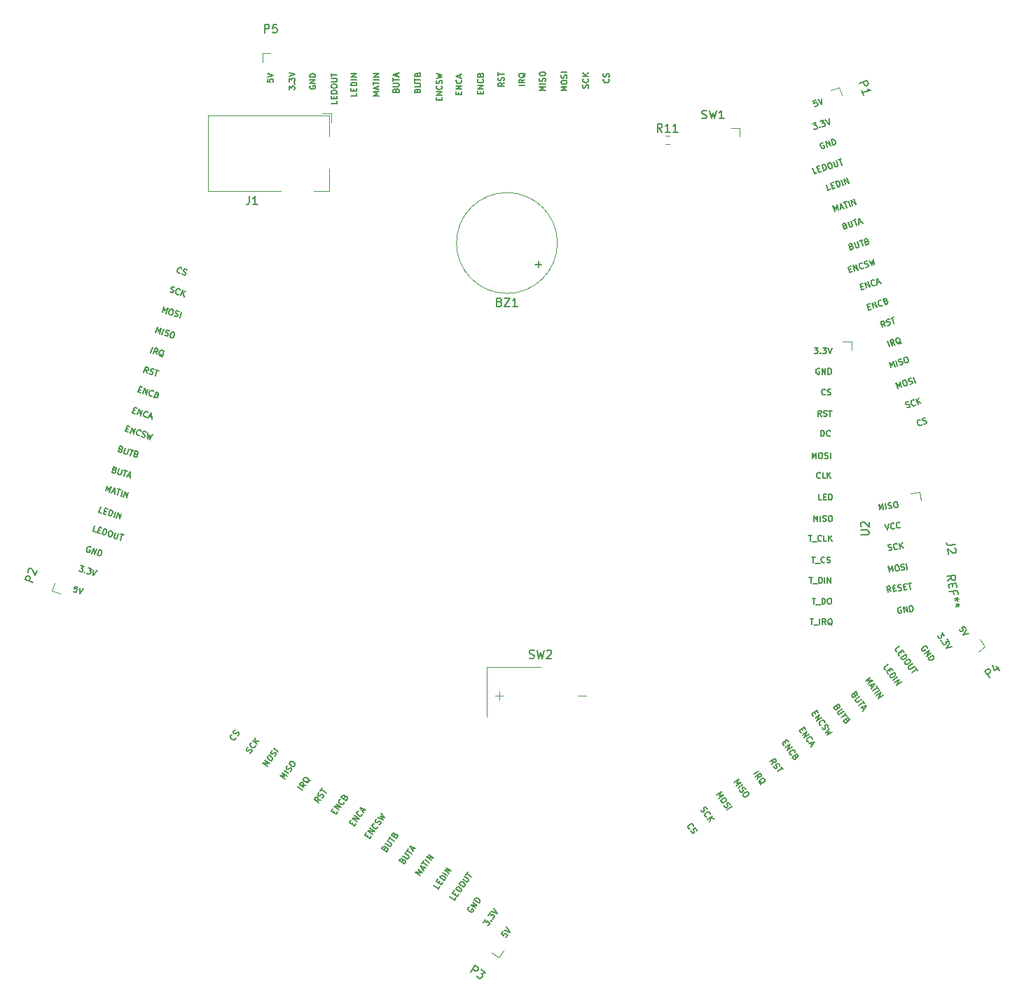
<source format=gbr>
%TF.GenerationSoftware,KiCad,Pcbnew,(5.1.7-0-10_14)*%
%TF.CreationDate,2021-04-06T14:52:43+02:00*%
%TF.ProjectId,Octogone_Sans_Regle,4f63746f-676f-46e6-955f-53616e735f52,rev?*%
%TF.SameCoordinates,Original*%
%TF.FileFunction,Legend,Top*%
%TF.FilePolarity,Positive*%
%FSLAX46Y46*%
G04 Gerber Fmt 4.6, Leading zero omitted, Abs format (unit mm)*
G04 Created by KiCad (PCBNEW (5.1.7-0-10_14)) date 2021-04-06 14:52:43*
%MOMM*%
%LPD*%
G01*
G04 APERTURE LIST*
%ADD10C,0.120000*%
%ADD11C,0.150000*%
G04 APERTURE END LIST*
D10*
%TO.C,J2*%
X171515471Y-104720581D02*
X171654644Y-105710850D01*
X170426176Y-104873672D02*
X171515471Y-104720581D01*
%TO.C,P3*%
X120580554Y-160997624D02*
X119771537Y-160409839D01*
X121227118Y-160107706D02*
X120580554Y-160997624D01*
%TO.C,P1*%
X161762331Y-55717875D02*
X162071348Y-56668932D01*
X160716168Y-56057794D02*
X161762331Y-55717875D01*
%TO.C,P5*%
X92040000Y-51600000D02*
X93040000Y-51600000D01*
X92040000Y-52700000D02*
X92040000Y-51600000D01*
%TO.C,P4*%
X179381030Y-123362155D02*
X178572013Y-123949940D01*
X178734466Y-122472236D02*
X179381030Y-123362155D01*
%TO.C,P2*%
X66582845Y-116610109D02*
X66891862Y-115659052D01*
X67629008Y-116950027D02*
X66582845Y-116610109D01*
%TO.C,R11*%
X140762742Y-61577500D02*
X141237258Y-61577500D01*
X140762742Y-62622500D02*
X141237258Y-62622500D01*
%TO.C,BZ1*%
X127700000Y-74550000D02*
G75*
G03*
X127700000Y-74550000I-6100000J0D01*
G01*
%TO.C,SW1*%
X148700000Y-60650000D02*
X149700000Y-60650000D01*
X149700000Y-60650000D02*
X149700000Y-61650000D01*
%TO.C,SW2*%
X119150000Y-131850000D02*
X119150000Y-125850000D01*
X119150000Y-125850000D02*
X125650000Y-125850000D01*
X120650000Y-129850000D02*
X120650000Y-128850000D01*
X120650000Y-128850000D02*
X120650000Y-129350000D01*
X120650000Y-129350000D02*
X120150000Y-129350000D01*
X120150000Y-129350000D02*
X121150000Y-129350000D01*
X130150000Y-129350000D02*
X131150000Y-129350000D01*
%TO.C,J1*%
X100350000Y-59950000D02*
X100350000Y-58900000D01*
X99300000Y-58900000D02*
X100350000Y-58900000D01*
X94250000Y-68300000D02*
X85450000Y-68300000D01*
X85450000Y-68300000D02*
X85450000Y-59100000D01*
X100150000Y-65600000D02*
X100150000Y-68300000D01*
X100150000Y-68300000D02*
X98250000Y-68300000D01*
X85450000Y-59100000D02*
X100150000Y-59100000D01*
X100150000Y-59100000D02*
X100150000Y-61700000D01*
%TO.C,U2*%
X162200000Y-86500000D02*
X163300000Y-86500000D01*
X163300000Y-86500000D02*
X163300000Y-87500000D01*
%TO.C,J2*%
D11*
X175786166Y-111054523D02*
X175078832Y-111153933D01*
X174930738Y-111126659D01*
X174823172Y-111045602D01*
X174756134Y-110910763D01*
X174742880Y-110816451D01*
X175751500Y-111492178D02*
X175805283Y-111532707D01*
X175865694Y-111620391D01*
X175898830Y-111856169D01*
X175864929Y-111957107D01*
X175824401Y-112010890D01*
X175736717Y-112071301D01*
X175642405Y-112084555D01*
X175494311Y-112057281D01*
X174848916Y-111570941D01*
X174935071Y-112183964D01*
X167749599Y-111695905D02*
X167853265Y-111714997D01*
X168018309Y-111691801D01*
X168079688Y-111649514D01*
X168108058Y-111611866D01*
X168131789Y-111541209D01*
X168122510Y-111475191D01*
X168080223Y-111413813D01*
X168042575Y-111385443D01*
X167971918Y-111361712D01*
X167835243Y-111347259D01*
X167764586Y-111323529D01*
X167726938Y-111295159D01*
X167684651Y-111233780D01*
X167675373Y-111167762D01*
X167699104Y-111097105D01*
X167727474Y-111059457D01*
X167788852Y-111017170D01*
X167953897Y-110993975D01*
X168057563Y-111013066D01*
X168834254Y-111509806D02*
X168805885Y-111547454D01*
X168711497Y-111594380D01*
X168645479Y-111603658D01*
X168541813Y-111584567D01*
X168466517Y-111527827D01*
X168424230Y-111466448D01*
X168372665Y-111339052D01*
X168358747Y-111240025D01*
X168373200Y-111103350D01*
X168396930Y-111032693D01*
X168453670Y-110957397D01*
X168548058Y-110910471D01*
X168614076Y-110901193D01*
X168717742Y-110920284D01*
X168755390Y-110948654D01*
X169140613Y-111534072D02*
X169043192Y-110840884D01*
X169536720Y-111478403D02*
X169183971Y-111124047D01*
X169439299Y-110785215D02*
X169098861Y-111236991D01*
X166662265Y-106833244D02*
X166564844Y-106140056D01*
X166865493Y-106602716D01*
X167026969Y-106075109D01*
X167124390Y-106768296D01*
X167454480Y-106721905D02*
X167357058Y-106028718D01*
X167746921Y-106647144D02*
X167850587Y-106666236D01*
X168015631Y-106643041D01*
X168077010Y-106600753D01*
X168105380Y-106563105D01*
X168129111Y-106492448D01*
X168119833Y-106426431D01*
X168077545Y-106365052D01*
X168039897Y-106336682D01*
X167969240Y-106312951D01*
X167832566Y-106298499D01*
X167761909Y-106274768D01*
X167724261Y-106246398D01*
X167681973Y-106185019D01*
X167672695Y-106119001D01*
X167696426Y-106048345D01*
X167724796Y-106010696D01*
X167786175Y-105968409D01*
X167951219Y-105945214D01*
X168054885Y-105964305D01*
X168479362Y-105870988D02*
X168611398Y-105852432D01*
X168682055Y-105876162D01*
X168757351Y-105932902D01*
X168808916Y-106060299D01*
X168841390Y-106291361D01*
X168826938Y-106428036D01*
X168770198Y-106503332D01*
X168708819Y-106545619D01*
X168576783Y-106564176D01*
X168506126Y-106540445D01*
X168430830Y-106483705D01*
X168379265Y-106356309D01*
X168346791Y-106125246D01*
X168361244Y-105988571D01*
X168417983Y-105913275D01*
X168479362Y-105870988D01*
X167275876Y-108564696D02*
X167604359Y-109225410D01*
X167738001Y-108499748D01*
X168453313Y-109038775D02*
X168424944Y-109076423D01*
X168330556Y-109123349D01*
X168264538Y-109132627D01*
X168160872Y-109113536D01*
X168085576Y-109056796D01*
X168043289Y-108995417D01*
X167991724Y-108868021D01*
X167977806Y-108768994D01*
X167992259Y-108632319D01*
X168015990Y-108561662D01*
X168072729Y-108486366D01*
X168167117Y-108439440D01*
X168233135Y-108430162D01*
X168336801Y-108449253D01*
X168374449Y-108477623D01*
X169146501Y-108941354D02*
X169118131Y-108979002D01*
X169023744Y-109025928D01*
X168957726Y-109035206D01*
X168854060Y-109016115D01*
X168778764Y-108959375D01*
X168736477Y-108897996D01*
X168684911Y-108770600D01*
X168670994Y-108671573D01*
X168685446Y-108534898D01*
X168709177Y-108464241D01*
X168765917Y-108388945D01*
X168860305Y-108342019D01*
X168926322Y-108332740D01*
X169029988Y-108351832D01*
X169067636Y-108380202D01*
X174885291Y-115422408D02*
X175310456Y-115026046D01*
X174805763Y-114856541D02*
X175796032Y-114717368D01*
X175849050Y-115094613D01*
X175815149Y-115195551D01*
X175774620Y-115249334D01*
X175686937Y-115309744D01*
X175545470Y-115329626D01*
X175444531Y-115295725D01*
X175390748Y-115255197D01*
X175330338Y-115167513D01*
X175277320Y-114790268D01*
X175463648Y-115773909D02*
X175510039Y-116103998D01*
X175011209Y-116318365D02*
X174944937Y-115846809D01*
X175935205Y-115707636D01*
X176001478Y-116179192D01*
X175635958Y-116999955D02*
X175589567Y-116669866D01*
X175070855Y-116742766D02*
X176061123Y-116603593D01*
X176127396Y-117075149D01*
X176200296Y-117593861D02*
X175964518Y-117626997D01*
X176025693Y-117377964D02*
X175964518Y-117626997D01*
X176091966Y-117849521D01*
X175756014Y-117512039D02*
X175964518Y-117626997D01*
X175795778Y-117794973D01*
X176306333Y-118348351D02*
X176070555Y-118381487D01*
X176131730Y-118132454D02*
X176070555Y-118381487D01*
X176198002Y-118604011D01*
X175862050Y-118266529D02*
X176070555Y-118381487D01*
X175901814Y-118549463D01*
X167819008Y-114345364D02*
X167721587Y-113652176D01*
X168022236Y-114114836D01*
X168183712Y-113587229D01*
X168281133Y-114280416D01*
X168645837Y-113522281D02*
X168777873Y-113503725D01*
X168848530Y-113527456D01*
X168923826Y-113584195D01*
X168975391Y-113711592D01*
X169007865Y-113942654D01*
X168993412Y-114079329D01*
X168936673Y-114154625D01*
X168875294Y-114196912D01*
X168743258Y-114215469D01*
X168672601Y-114191738D01*
X168597305Y-114134999D01*
X168545740Y-114007602D01*
X168513266Y-113776539D01*
X168527719Y-113639864D01*
X168584458Y-113564568D01*
X168645837Y-113522281D01*
X169299771Y-114103595D02*
X169403437Y-114122687D01*
X169568482Y-114099491D01*
X169629860Y-114057204D01*
X169658230Y-114019556D01*
X169681961Y-113948899D01*
X169672683Y-113882881D01*
X169630396Y-113821503D01*
X169592748Y-113793133D01*
X169522091Y-113769402D01*
X169385416Y-113754949D01*
X169314759Y-113731219D01*
X169277111Y-113702849D01*
X169234824Y-113641470D01*
X169225545Y-113575452D01*
X169249276Y-113504795D01*
X169277646Y-113467147D01*
X169339025Y-113424860D01*
X169504069Y-113401665D01*
X169607735Y-113420756D01*
X169997598Y-114039183D02*
X169900177Y-113345995D01*
X168037491Y-116738244D02*
X167760038Y-116440628D01*
X167641384Y-116793913D02*
X167543963Y-116100726D01*
X167808035Y-116063613D01*
X167878692Y-116087344D01*
X167916340Y-116115713D01*
X167958627Y-116177092D01*
X167972544Y-116276119D01*
X167948813Y-116346776D01*
X167920443Y-116384424D01*
X167859065Y-116426711D01*
X167594993Y-116463824D01*
X168283542Y-116333394D02*
X168514604Y-116300920D01*
X168664661Y-116650101D02*
X168334572Y-116696492D01*
X168237151Y-116003304D01*
X168567240Y-115956913D01*
X168924094Y-116579979D02*
X169027760Y-116599071D01*
X169192804Y-116575875D01*
X169254183Y-116533588D01*
X169282553Y-116495940D01*
X169306284Y-116425283D01*
X169297005Y-116359265D01*
X169254718Y-116297887D01*
X169217070Y-116269517D01*
X169146413Y-116245786D01*
X169009738Y-116231334D01*
X168939081Y-116207603D01*
X168901433Y-116179233D01*
X168859146Y-116117854D01*
X168849868Y-116051836D01*
X168873599Y-115981179D01*
X168901969Y-115943531D01*
X168963347Y-115901244D01*
X169128392Y-115878049D01*
X169232058Y-115897140D01*
X169570890Y-116152469D02*
X169801953Y-116119995D01*
X169952010Y-116469176D02*
X169621920Y-116515567D01*
X169524499Y-115822379D01*
X169854589Y-115775988D01*
X170052642Y-115748154D02*
X170448749Y-115692485D01*
X170348117Y-116413507D02*
X170250696Y-115720319D01*
X169195214Y-118628852D02*
X169124557Y-118605122D01*
X169025530Y-118619039D01*
X168931142Y-118665965D01*
X168874403Y-118741261D01*
X168850672Y-118811918D01*
X168836220Y-118948593D01*
X168850137Y-119047620D01*
X168901702Y-119175017D01*
X168943989Y-119236395D01*
X169019285Y-119293135D01*
X169122951Y-119312227D01*
X169188969Y-119302948D01*
X169283357Y-119256022D01*
X169311727Y-119218374D01*
X169279253Y-118987312D01*
X169147217Y-119005868D01*
X169618085Y-119242640D02*
X169520664Y-118549452D01*
X170014193Y-119186971D01*
X169916771Y-118493783D01*
X170344282Y-119140580D02*
X170246861Y-118447392D01*
X170411905Y-118424197D01*
X170515571Y-118443288D01*
X170590867Y-118500028D01*
X170633155Y-118561407D01*
X170684720Y-118688803D01*
X170698637Y-118787830D01*
X170684185Y-118924505D01*
X170660454Y-118995162D01*
X170603714Y-119070458D01*
X170509327Y-119117384D01*
X170344282Y-119140580D01*
%TO.C,P3*%
X117180413Y-162720491D02*
X117768198Y-161911474D01*
X118076395Y-162135392D01*
X118125455Y-162229896D01*
X118135990Y-162296411D01*
X118118535Y-162401450D01*
X118034565Y-162517024D01*
X117940061Y-162566083D01*
X117873547Y-162576618D01*
X117768508Y-162559163D01*
X117460311Y-162335245D01*
X118500166Y-162443280D02*
X119000986Y-162807147D01*
X118507396Y-162919415D01*
X118622969Y-163003385D01*
X118672029Y-163097889D01*
X118682564Y-163164403D01*
X118665109Y-163269442D01*
X118525160Y-163462065D01*
X118430656Y-163511125D01*
X118364141Y-163521659D01*
X118259102Y-163504205D01*
X118027955Y-163336266D01*
X117978895Y-163241762D01*
X117968360Y-163175247D01*
X88822482Y-134360038D02*
X88829856Y-134406598D01*
X88798045Y-134507093D01*
X88758859Y-134561027D01*
X88673113Y-134622336D01*
X88579993Y-134637085D01*
X88506466Y-134624866D01*
X88379004Y-134573462D01*
X88298103Y-134514684D01*
X88209826Y-134409345D01*
X88175485Y-134343192D01*
X88160736Y-134250072D01*
X88192547Y-134149578D01*
X88231733Y-134095643D01*
X88317479Y-134034334D01*
X88364039Y-134026960D01*
X89006192Y-134163893D02*
X89091938Y-134102584D01*
X89189902Y-133967748D01*
X89202120Y-133894221D01*
X89194746Y-133847661D01*
X89160404Y-133781508D01*
X89106470Y-133742322D01*
X89032942Y-133730104D01*
X88986382Y-133737478D01*
X88920229Y-133771820D01*
X88814891Y-133860096D01*
X88748738Y-133894437D01*
X88702178Y-133901812D01*
X88628651Y-133889593D01*
X88574716Y-133850408D01*
X88540374Y-133784255D01*
X88533000Y-133737695D01*
X88545218Y-133664167D01*
X88643183Y-133529331D01*
X88728928Y-133468022D01*
X90587895Y-136240119D02*
X90673641Y-136178810D01*
X90771605Y-136043974D01*
X90783824Y-135970447D01*
X90776449Y-135923887D01*
X90742108Y-135857734D01*
X90688173Y-135818548D01*
X90614646Y-135806329D01*
X90568086Y-135813704D01*
X90501933Y-135848046D01*
X90396594Y-135936322D01*
X90330441Y-135970663D01*
X90283881Y-135978038D01*
X90210354Y-135965819D01*
X90156420Y-135926633D01*
X90122078Y-135860481D01*
X90114704Y-135813920D01*
X90126922Y-135740393D01*
X90224886Y-135605557D01*
X90310632Y-135544248D01*
X91207492Y-135330607D02*
X91214866Y-135377167D01*
X91183055Y-135477662D01*
X91143869Y-135531596D01*
X91058123Y-135592905D01*
X90965003Y-135607654D01*
X90891476Y-135595436D01*
X90764014Y-135544032D01*
X90683113Y-135485253D01*
X90594836Y-135379914D01*
X90560495Y-135313762D01*
X90545746Y-135220641D01*
X90577557Y-135120147D01*
X90616743Y-135066212D01*
X90702489Y-135004903D01*
X90749049Y-134997529D01*
X91437762Y-135127088D02*
X90871450Y-134715638D01*
X91672876Y-134803481D02*
X91172934Y-134811072D01*
X91106564Y-134392032D02*
X91195057Y-134950752D01*
X92659527Y-137868855D02*
X92093216Y-137457406D01*
X92634874Y-137562528D01*
X92367515Y-137079864D01*
X92933827Y-137491314D01*
X92641815Y-136702323D02*
X92720186Y-136594454D01*
X92786339Y-136560112D01*
X92879460Y-136545364D01*
X93006921Y-136596768D01*
X93195692Y-136733918D01*
X93283968Y-136839256D01*
X93298717Y-136932376D01*
X93286498Y-137005904D01*
X93208127Y-137113773D01*
X93141974Y-137148114D01*
X93048854Y-137162863D01*
X92921392Y-137111459D01*
X92732622Y-136974309D01*
X92644345Y-136868970D01*
X92629597Y-136775850D01*
X92641815Y-136702323D01*
X93514238Y-136635737D02*
X93599984Y-136574428D01*
X93697948Y-136439592D01*
X93710167Y-136366065D01*
X93702792Y-136319504D01*
X93668450Y-136253352D01*
X93614516Y-136214166D01*
X93540989Y-136201947D01*
X93494429Y-136209322D01*
X93428276Y-136243663D01*
X93322937Y-136331940D01*
X93256784Y-136366281D01*
X93210224Y-136373656D01*
X93136697Y-136361437D01*
X93082762Y-136322251D01*
X93048421Y-136256098D01*
X93041046Y-136209538D01*
X93053265Y-136136011D01*
X93151229Y-136001175D01*
X93236975Y-135939866D01*
X93952655Y-136089018D02*
X93386343Y-135677568D01*
X94762971Y-139397096D02*
X94196660Y-138985647D01*
X94738318Y-139090769D01*
X94470959Y-138608105D01*
X95037271Y-139019555D01*
X95233200Y-138749883D02*
X94666888Y-138338433D01*
X95382568Y-138487585D02*
X95468314Y-138426276D01*
X95566278Y-138291440D01*
X95578496Y-138217912D01*
X95571122Y-138171352D01*
X95536780Y-138105199D01*
X95482846Y-138066014D01*
X95409319Y-138053795D01*
X95362759Y-138061170D01*
X95296606Y-138095511D01*
X95191267Y-138183787D01*
X95125114Y-138218129D01*
X95078554Y-138225503D01*
X95005027Y-138213285D01*
X94951092Y-138174099D01*
X94916751Y-138107946D01*
X94909376Y-138061386D01*
X94921595Y-137987859D01*
X95019559Y-137853023D01*
X95105305Y-137791714D01*
X95333044Y-137421547D02*
X95411416Y-137313678D01*
X95477569Y-137279336D01*
X95570689Y-137264588D01*
X95698151Y-137315992D01*
X95886921Y-137453142D01*
X95975197Y-137558480D01*
X95989946Y-137651600D01*
X95977728Y-137725128D01*
X95899356Y-137832997D01*
X95833203Y-137867338D01*
X95740083Y-137882087D01*
X95612621Y-137830683D01*
X95423851Y-137693533D01*
X95335575Y-137588194D01*
X95320826Y-137495074D01*
X95333044Y-137421547D01*
X96893275Y-140718240D02*
X96326963Y-140306790D01*
X97324318Y-140124961D02*
X96917495Y-140117803D01*
X97089204Y-140448568D02*
X96522892Y-140037118D01*
X96679634Y-139821380D01*
X96745787Y-139787039D01*
X96792347Y-139779664D01*
X96865875Y-139791883D01*
X96946776Y-139850661D01*
X96981118Y-139916814D01*
X96988492Y-139963374D01*
X96976274Y-140036901D01*
X96819531Y-140252639D01*
X97828887Y-139543900D02*
X97762735Y-139578242D01*
X97669614Y-139592991D01*
X97529934Y-139615114D01*
X97463781Y-139649455D01*
X97424596Y-139703390D01*
X97579025Y-139774387D02*
X97512872Y-139808728D01*
X97419752Y-139823477D01*
X97292290Y-139772073D01*
X97103519Y-139634923D01*
X97015243Y-139529585D01*
X97000494Y-139436464D01*
X97012713Y-139362937D01*
X97091084Y-139255068D01*
X97157237Y-139220727D01*
X97250357Y-139205978D01*
X97377819Y-139257382D01*
X97566590Y-139394532D01*
X97654866Y-139499870D01*
X97669614Y-139592991D01*
X97657396Y-139666518D01*
X97579025Y-139774387D01*
X99111746Y-141918031D02*
X98704923Y-141910873D01*
X98876631Y-142241637D02*
X98310320Y-141830188D01*
X98467062Y-141614450D01*
X98533215Y-141580108D01*
X98579775Y-141572734D01*
X98653303Y-141584952D01*
X98734204Y-141643731D01*
X98768546Y-141709884D01*
X98775920Y-141756444D01*
X98763702Y-141829971D01*
X98606959Y-142045709D01*
X99241521Y-141682700D02*
X99327267Y-141621391D01*
X99425231Y-141486555D01*
X99437449Y-141413028D01*
X99430075Y-141366468D01*
X99395733Y-141300315D01*
X99341799Y-141261129D01*
X99268272Y-141248911D01*
X99221712Y-141256285D01*
X99155559Y-141290627D01*
X99050220Y-141378903D01*
X98984067Y-141413244D01*
X98937507Y-141420619D01*
X98863980Y-141408400D01*
X98810045Y-141369215D01*
X98775704Y-141303062D01*
X98768329Y-141256502D01*
X98780548Y-141182974D01*
X98878512Y-141048138D01*
X98964258Y-140986829D01*
X99054848Y-140805433D02*
X99289962Y-140481826D01*
X99738716Y-141055079D02*
X99172405Y-140643630D01*
X100641721Y-143441645D02*
X100778871Y-143252875D01*
X101134289Y-143387494D02*
X100938360Y-143657167D01*
X100372049Y-143245717D01*
X100567977Y-142976044D01*
X101310624Y-143144789D02*
X100744313Y-142733339D01*
X101545739Y-142821182D01*
X100979427Y-142409733D01*
X101922847Y-142188717D02*
X101930221Y-142235278D01*
X101898410Y-142335772D01*
X101859224Y-142389707D01*
X101773478Y-142451015D01*
X101680358Y-142465764D01*
X101606831Y-142453546D01*
X101479369Y-142402142D01*
X101398467Y-142343363D01*
X101310191Y-142238024D01*
X101275850Y-142171872D01*
X101261101Y-142078751D01*
X101292912Y-141978257D01*
X101332098Y-141924322D01*
X101417844Y-141863014D01*
X101464404Y-141855639D01*
X101993627Y-141580906D02*
X102079373Y-141519597D01*
X102125933Y-141512223D01*
X102199460Y-141524441D01*
X102280362Y-141583220D01*
X102314703Y-141649373D01*
X102322078Y-141695933D01*
X102309859Y-141769460D01*
X102153117Y-141985198D01*
X101586805Y-141573748D01*
X101723955Y-141384978D01*
X101790108Y-141350636D01*
X101836668Y-141343262D01*
X101910195Y-141355480D01*
X101964129Y-141394666D01*
X101998471Y-141460819D01*
X102005845Y-141507379D01*
X101993627Y-141580906D01*
X101856477Y-141769677D01*
X102833332Y-144848534D02*
X102970482Y-144659764D01*
X103325900Y-144794383D02*
X103129972Y-145064056D01*
X102563660Y-144652606D01*
X102759588Y-144382934D01*
X103502236Y-144551678D02*
X102935924Y-144140229D01*
X103737350Y-144228071D01*
X103171038Y-143816622D01*
X104114458Y-143595607D02*
X104121832Y-143642167D01*
X104090021Y-143742661D01*
X104050835Y-143796596D01*
X103965090Y-143857905D01*
X103871969Y-143872653D01*
X103798442Y-143860435D01*
X103670980Y-143809031D01*
X103590079Y-143750252D01*
X103501803Y-143644914D01*
X103467461Y-143578761D01*
X103452712Y-143485641D01*
X103484523Y-143385146D01*
X103523709Y-143331212D01*
X103609455Y-143269903D01*
X103656015Y-143262528D01*
X104163332Y-143301497D02*
X104359260Y-143031825D01*
X104285949Y-143472989D02*
X103856787Y-142872769D01*
X104560249Y-143095448D01*
X104696602Y-146367087D02*
X104833752Y-146178317D01*
X105189170Y-146312936D02*
X104993242Y-146582609D01*
X104426930Y-146171159D01*
X104622858Y-145901487D01*
X105365506Y-146070231D02*
X104799194Y-145658782D01*
X105600620Y-145746624D01*
X105034308Y-145335175D01*
X105977728Y-145114160D02*
X105985102Y-145160720D01*
X105953291Y-145261214D01*
X105914105Y-145315149D01*
X105828360Y-145376458D01*
X105735239Y-145391206D01*
X105661712Y-145378988D01*
X105534250Y-145327584D01*
X105453349Y-145268805D01*
X105365073Y-145163467D01*
X105330731Y-145097314D01*
X105315982Y-145004194D01*
X105347793Y-144903699D01*
X105386979Y-144849765D01*
X105472725Y-144788456D01*
X105519285Y-144781081D01*
X106161438Y-144918015D02*
X106247184Y-144856706D01*
X106345148Y-144721870D01*
X106357366Y-144648342D01*
X106349992Y-144601782D01*
X106315650Y-144535629D01*
X106261716Y-144496444D01*
X106188189Y-144484225D01*
X106141628Y-144491600D01*
X106075476Y-144525941D01*
X105970137Y-144614217D01*
X105903984Y-144648559D01*
X105857424Y-144655933D01*
X105783897Y-144643715D01*
X105729962Y-144604529D01*
X105695621Y-144538376D01*
X105688246Y-144491816D01*
X105700465Y-144418289D01*
X105798429Y-144283453D01*
X105884175Y-144222144D01*
X105994357Y-144013780D02*
X106658633Y-144290394D01*
X106332496Y-143888632D01*
X106815376Y-144074656D01*
X106347028Y-143528370D01*
X106898010Y-147760493D02*
X106983756Y-147699184D01*
X107030316Y-147691810D01*
X107103843Y-147704028D01*
X107184745Y-147762806D01*
X107219087Y-147828959D01*
X107226461Y-147875519D01*
X107214242Y-147949047D01*
X107057500Y-148164785D01*
X106491188Y-147753335D01*
X106628338Y-147564564D01*
X106694491Y-147530223D01*
X106741051Y-147522848D01*
X106814578Y-147535067D01*
X106868513Y-147574252D01*
X106902854Y-147640405D01*
X106910229Y-147686965D01*
X106898010Y-147760493D01*
X106760860Y-147949263D01*
X106902638Y-147187023D02*
X107361080Y-147520101D01*
X107434608Y-147532320D01*
X107481168Y-147524945D01*
X107547321Y-147490604D01*
X107625692Y-147382735D01*
X107637911Y-147309208D01*
X107630536Y-147262648D01*
X107596195Y-147196495D01*
X107137752Y-146863416D01*
X107274902Y-146674646D02*
X107510016Y-146351039D01*
X107958770Y-146924292D02*
X107392459Y-146512842D01*
X108053988Y-146169426D02*
X108139734Y-146108117D01*
X108186294Y-146100743D01*
X108259821Y-146112961D01*
X108340723Y-146171740D01*
X108375064Y-146237893D01*
X108382439Y-146284453D01*
X108370220Y-146357980D01*
X108213477Y-146573718D01*
X107647166Y-146162268D01*
X107784315Y-145973498D01*
X107850468Y-145939156D01*
X107897028Y-145931782D01*
X107970556Y-145944000D01*
X108024490Y-145983186D01*
X108058832Y-146049339D01*
X108066206Y-146095899D01*
X108053988Y-146169426D01*
X107916838Y-146358197D01*
X109030843Y-149248284D02*
X109116589Y-149186975D01*
X109163149Y-149179601D01*
X109236676Y-149191819D01*
X109317578Y-149250598D01*
X109351920Y-149316751D01*
X109359294Y-149363311D01*
X109347076Y-149436838D01*
X109190333Y-149652576D01*
X108624021Y-149241126D01*
X108761171Y-149052355D01*
X108827324Y-149018014D01*
X108873884Y-149010639D01*
X108947411Y-149022858D01*
X109001346Y-149062044D01*
X109035687Y-149128197D01*
X109043062Y-149174757D01*
X109030843Y-149248284D01*
X108893693Y-149437055D01*
X109035471Y-148674814D02*
X109493914Y-149007893D01*
X109567441Y-149020111D01*
X109614001Y-149012737D01*
X109680154Y-148978395D01*
X109758525Y-148870526D01*
X109770744Y-148796999D01*
X109763369Y-148750439D01*
X109729028Y-148684286D01*
X109270585Y-148351207D01*
X109407735Y-148162437D02*
X109642849Y-147838830D01*
X110091604Y-148412083D02*
X109525292Y-148000633D01*
X110164914Y-147970919D02*
X110360843Y-147701247D01*
X110287532Y-148142411D02*
X109858370Y-147542190D01*
X110561832Y-147764869D01*
X111122178Y-151076744D02*
X110555866Y-150665294D01*
X111097524Y-150770416D01*
X110830165Y-150287753D01*
X111396477Y-150699203D01*
X111411010Y-150338940D02*
X111606938Y-150069268D01*
X111533627Y-150510432D02*
X111104465Y-149910212D01*
X111807927Y-150132891D01*
X111319986Y-149613572D02*
X111555101Y-149289965D01*
X112003855Y-149863218D02*
X111437544Y-149451769D01*
X112258562Y-149512644D02*
X111692250Y-149101195D01*
X112454491Y-149242972D02*
X111888179Y-148831522D01*
X112689605Y-148919365D01*
X112123293Y-148507915D01*
X113512248Y-152380608D02*
X113316320Y-152650280D01*
X112750008Y-152238831D01*
X113352759Y-151976316D02*
X113489909Y-151787545D01*
X113845327Y-151922165D02*
X113649398Y-152191837D01*
X113083086Y-151780388D01*
X113279015Y-151510715D01*
X114021662Y-151679460D02*
X113455350Y-151268010D01*
X113553315Y-151133174D01*
X113639060Y-151071865D01*
X113732180Y-151057116D01*
X113805708Y-151069335D01*
X113933170Y-151120739D01*
X114014071Y-151179517D01*
X114102347Y-151284856D01*
X114136689Y-151351009D01*
X114151438Y-151444129D01*
X114119626Y-151544624D01*
X114021662Y-151679460D01*
X114433112Y-151113148D02*
X113866800Y-150701698D01*
X114629040Y-150843476D02*
X114062728Y-150432026D01*
X114864154Y-150519869D01*
X114297843Y-150108419D01*
X115473482Y-153764325D02*
X115277553Y-154033997D01*
X114711241Y-153622548D01*
X115313992Y-153360033D02*
X115451142Y-153171263D01*
X115806560Y-153305882D02*
X115610631Y-153575555D01*
X115044320Y-153164105D01*
X115240248Y-152894432D01*
X115982895Y-153063177D02*
X115416584Y-152651727D01*
X115514548Y-152516891D01*
X115600294Y-152455582D01*
X115693414Y-152440834D01*
X115766941Y-152453052D01*
X115894403Y-152504456D01*
X115975304Y-152563235D01*
X116063581Y-152668573D01*
X116097922Y-152734726D01*
X116112671Y-152827846D01*
X116080860Y-152928341D01*
X115982895Y-153063177D01*
X115906405Y-151977547D02*
X115984776Y-151869678D01*
X116050929Y-151835336D01*
X116144049Y-151820587D01*
X116271511Y-151871991D01*
X116460281Y-152009141D01*
X116548558Y-152114480D01*
X116563306Y-152207600D01*
X116551088Y-152281127D01*
X116472717Y-152388996D01*
X116406564Y-152423338D01*
X116313443Y-152438087D01*
X116185982Y-152386683D01*
X115997211Y-152249533D01*
X115908935Y-152144194D01*
X115894186Y-152051074D01*
X115906405Y-151977547D01*
X116259076Y-151492136D02*
X116717519Y-151825215D01*
X116791046Y-151837433D01*
X116837606Y-151830059D01*
X116903759Y-151795717D01*
X116982130Y-151687848D01*
X116994349Y-151614321D01*
X116986974Y-151567761D01*
X116952633Y-151501608D01*
X116494190Y-151168530D01*
X116631340Y-150979759D02*
X116866454Y-150656152D01*
X117315209Y-151229405D02*
X116748897Y-150817956D01*
X117047378Y-154887226D02*
X116981225Y-154921568D01*
X116922447Y-155002470D01*
X116890635Y-155102964D01*
X116905384Y-155196084D01*
X116939726Y-155262237D01*
X117028002Y-155367576D01*
X117108904Y-155426354D01*
X117236365Y-155477759D01*
X117309893Y-155489977D01*
X117403013Y-155475228D01*
X117488759Y-155413919D01*
X117527944Y-155359985D01*
X117559756Y-155259490D01*
X117552381Y-155212930D01*
X117363610Y-155075780D01*
X117285239Y-155183649D01*
X117782651Y-155009411D02*
X117216339Y-154597961D01*
X118017765Y-154685804D01*
X117451453Y-154274354D01*
X118213694Y-154416132D02*
X117647382Y-154004682D01*
X117745346Y-153869846D01*
X117831092Y-153808537D01*
X117924212Y-153793788D01*
X117997739Y-153806007D01*
X118125201Y-153857411D01*
X118206103Y-153916189D01*
X118294379Y-154021528D01*
X118328720Y-154087681D01*
X118343469Y-154180801D01*
X118311658Y-154281296D01*
X118213694Y-154416132D01*
X118749060Y-156741606D02*
X119003767Y-156391032D01*
X119082355Y-156736545D01*
X119141134Y-156655644D01*
X119207287Y-156621302D01*
X119253847Y-156613928D01*
X119327374Y-156626146D01*
X119462210Y-156724110D01*
X119496552Y-156790263D01*
X119503926Y-156836823D01*
X119491708Y-156910351D01*
X119374151Y-157072154D01*
X119307998Y-157106496D01*
X119261438Y-157113870D01*
X119692480Y-156520591D02*
X119739040Y-156513217D01*
X119746415Y-156559777D01*
X119699855Y-156567151D01*
X119692480Y-156520591D01*
X119746415Y-156559777D01*
X119336845Y-155932589D02*
X119591552Y-155582015D01*
X119670140Y-155927528D01*
X119728919Y-155846627D01*
X119795072Y-155812285D01*
X119841632Y-155804911D01*
X119915159Y-155817129D01*
X120049995Y-155915093D01*
X120084337Y-155981246D01*
X120091711Y-156027806D01*
X120079493Y-156101334D01*
X119961936Y-156263137D01*
X119895783Y-156297479D01*
X119849223Y-156304853D01*
X119709109Y-155420212D02*
X120412571Y-155642891D01*
X119983409Y-155042670D01*
X121146398Y-157865339D02*
X120950470Y-158135011D01*
X121200549Y-158357907D01*
X121193175Y-158311347D01*
X121205393Y-158237819D01*
X121303357Y-158102983D01*
X121369510Y-158068642D01*
X121416070Y-158061267D01*
X121489598Y-158073486D01*
X121624434Y-158171450D01*
X121658775Y-158237603D01*
X121666150Y-158284163D01*
X121653931Y-158357690D01*
X121555967Y-158492526D01*
X121489814Y-158526868D01*
X121443254Y-158534242D01*
X121283548Y-157676568D02*
X121987010Y-157899247D01*
X121557848Y-157299027D01*
%TO.C,P1*%
X164209130Y-55198245D02*
X165160186Y-54889228D01*
X165277907Y-55251535D01*
X165262049Y-55356827D01*
X165231475Y-55416830D01*
X165155614Y-55491549D01*
X165019748Y-55535694D01*
X164914457Y-55519836D01*
X164854453Y-55489263D01*
X164779734Y-55413401D01*
X164662014Y-55051094D01*
X164680013Y-56647474D02*
X164503432Y-56104013D01*
X164591722Y-56375743D02*
X165542779Y-56066726D01*
X165377483Y-56020295D01*
X165257476Y-55959148D01*
X165182758Y-55883286D01*
X171730565Y-96482694D02*
X171709164Y-96524696D01*
X171624359Y-96587300D01*
X171560955Y-96607901D01*
X171455549Y-96607101D01*
X171371544Y-96564298D01*
X171319241Y-96511195D01*
X171246337Y-96394688D01*
X171215435Y-96299582D01*
X171205935Y-96162474D01*
X171217035Y-96088770D01*
X171259838Y-96004765D01*
X171344643Y-95942161D01*
X171408047Y-95921560D01*
X171513453Y-95922360D01*
X171555456Y-95943762D01*
X171994481Y-96431991D02*
X172099887Y-96432791D01*
X172258396Y-96381288D01*
X172311500Y-96328985D01*
X172332901Y-96286983D01*
X172344002Y-96213279D01*
X172323401Y-96149875D01*
X172271098Y-96096772D01*
X172229095Y-96075370D01*
X172155391Y-96064269D01*
X172018283Y-96073770D01*
X171944578Y-96062669D01*
X171902576Y-96041268D01*
X171850273Y-95988165D01*
X171829672Y-95924761D01*
X171840772Y-95851056D01*
X171862174Y-95809054D01*
X171915277Y-95756751D01*
X172073786Y-95705248D01*
X172179193Y-95706048D01*
X169938011Y-94471522D02*
X170043418Y-94472322D01*
X170201927Y-94420819D01*
X170255030Y-94368516D01*
X170276432Y-94326514D01*
X170287532Y-94252809D01*
X170266931Y-94189406D01*
X170214628Y-94136302D01*
X170172626Y-94114901D01*
X170098921Y-94103800D01*
X169961813Y-94113301D01*
X169888109Y-94102200D01*
X169846107Y-94080799D01*
X169793804Y-94027695D01*
X169773202Y-93964292D01*
X169784303Y-93890587D01*
X169805704Y-93848585D01*
X169858808Y-93796282D01*
X170017317Y-93744779D01*
X170122723Y-93745579D01*
X170973873Y-94099901D02*
X170952472Y-94141904D01*
X170867667Y-94204507D01*
X170804263Y-94225108D01*
X170698857Y-94224308D01*
X170614852Y-94181506D01*
X170562549Y-94128402D01*
X170489645Y-94011895D01*
X170458743Y-93916790D01*
X170449243Y-93779682D01*
X170460343Y-93705977D01*
X170503146Y-93621972D01*
X170587951Y-93559369D01*
X170651355Y-93538768D01*
X170756761Y-93539568D01*
X170798763Y-93560969D01*
X171279791Y-94070600D02*
X171063479Y-93404860D01*
X171660214Y-93946993D02*
X171251290Y-93659276D01*
X171443902Y-93281254D02*
X171187086Y-93785283D01*
X168859552Y-92123182D02*
X168643240Y-91457443D01*
X169019662Y-91860867D01*
X169087066Y-91313235D01*
X169303378Y-91978974D01*
X169530893Y-91169027D02*
X169657700Y-91127824D01*
X169731404Y-91138925D01*
X169815409Y-91181728D01*
X169888313Y-91298235D01*
X169960417Y-91520148D01*
X169969918Y-91657256D01*
X169927115Y-91741261D01*
X169874012Y-91793564D01*
X169747204Y-91834766D01*
X169673500Y-91823665D01*
X169589495Y-91780863D01*
X169516591Y-91664356D01*
X169444487Y-91442443D01*
X169434987Y-91305335D01*
X169477789Y-91221330D01*
X169530893Y-91169027D01*
X170275836Y-91627955D02*
X170381242Y-91628755D01*
X170539752Y-91577252D01*
X170592855Y-91524949D01*
X170614256Y-91482947D01*
X170625357Y-91409242D01*
X170604756Y-91345838D01*
X170552453Y-91292735D01*
X170510450Y-91271334D01*
X170436746Y-91260233D01*
X170299638Y-91269734D01*
X170225933Y-91258633D01*
X170183931Y-91237232D01*
X170131628Y-91184128D01*
X170111027Y-91120725D01*
X170122128Y-91047020D01*
X170143529Y-91005018D01*
X170196632Y-90952715D01*
X170355142Y-90901212D01*
X170460548Y-90902012D01*
X170951876Y-91443345D02*
X170735564Y-90777605D01*
X168056107Y-89650435D02*
X167839795Y-88984696D01*
X168216217Y-89388120D01*
X168283621Y-88840488D01*
X168499933Y-89506227D01*
X168816952Y-89403221D02*
X168600640Y-88737482D01*
X169091968Y-89278815D02*
X169197375Y-89279615D01*
X169355884Y-89228112D01*
X169408987Y-89175809D01*
X169430388Y-89133806D01*
X169441489Y-89060102D01*
X169420888Y-88996698D01*
X169368585Y-88943595D01*
X169326583Y-88922194D01*
X169252878Y-88911093D01*
X169115770Y-88920593D01*
X169042066Y-88909493D01*
X169000063Y-88888091D01*
X168947760Y-88834988D01*
X168927159Y-88771584D01*
X168938260Y-88697880D01*
X168959661Y-88655878D01*
X169012765Y-88603575D01*
X169171274Y-88552072D01*
X169276680Y-88552872D01*
X169678504Y-88387263D02*
X169805312Y-88346060D01*
X169879016Y-88357161D01*
X169963021Y-88399964D01*
X170035925Y-88516471D01*
X170108029Y-88738384D01*
X170117529Y-88875492D01*
X170074727Y-88959497D01*
X170021624Y-89011800D01*
X169894816Y-89053002D01*
X169821112Y-89041901D01*
X169737107Y-88999099D01*
X169664203Y-88882592D01*
X169592099Y-88660679D01*
X169582598Y-88523571D01*
X169625401Y-88439566D01*
X169678504Y-88387263D01*
X167838347Y-87092534D02*
X167622035Y-86426794D01*
X168535789Y-86865921D02*
X168210870Y-86621006D01*
X168155366Y-86989528D02*
X167939054Y-86323788D01*
X168192669Y-86241384D01*
X168266374Y-86252485D01*
X168308376Y-86273886D01*
X168360679Y-86326989D01*
X168391581Y-86422095D01*
X168380480Y-86495799D01*
X168359079Y-86537802D01*
X168305976Y-86590105D01*
X168052361Y-86672509D01*
X169285533Y-86692412D02*
X169211829Y-86681311D01*
X169127824Y-86638508D01*
X169001817Y-86574305D01*
X168928112Y-86563204D01*
X168864709Y-86583805D01*
X168947913Y-86732014D02*
X168874209Y-86720913D01*
X168790204Y-86678110D01*
X168717300Y-86561603D01*
X168645196Y-86339690D01*
X168635696Y-86202582D01*
X168678498Y-86118577D01*
X168731601Y-86066274D01*
X168858409Y-86025072D01*
X168932113Y-86036173D01*
X169016118Y-86078975D01*
X169089022Y-86195482D01*
X169161126Y-86417395D01*
X169170627Y-86554504D01*
X169127824Y-86638508D01*
X169074721Y-86690811D01*
X168947913Y-86732014D01*
X167382824Y-84611887D02*
X167057905Y-84366972D01*
X167002402Y-84735494D02*
X166786090Y-84069754D01*
X167039705Y-83987350D01*
X167113409Y-83998450D01*
X167155412Y-84019852D01*
X167207715Y-84072955D01*
X167238616Y-84168061D01*
X167227516Y-84241765D01*
X167206114Y-84283767D01*
X167153011Y-84336070D01*
X166899396Y-84418475D01*
X167626139Y-84497780D02*
X167731545Y-84498581D01*
X167890054Y-84447078D01*
X167943158Y-84394775D01*
X167964559Y-84352772D01*
X167975660Y-84279068D01*
X167955058Y-84215664D01*
X167902755Y-84162561D01*
X167860753Y-84141160D01*
X167787049Y-84130059D01*
X167649941Y-84139559D01*
X167576236Y-84128459D01*
X167534234Y-84107057D01*
X167481931Y-84053954D01*
X167461330Y-83990550D01*
X167472430Y-83916846D01*
X167493832Y-83874844D01*
X167546935Y-83822541D01*
X167705444Y-83771038D01*
X167810851Y-83771838D01*
X167990761Y-83678333D02*
X168371184Y-83554726D01*
X168397285Y-84282269D02*
X168180973Y-83616529D01*
X165228900Y-82297547D02*
X165450813Y-82225443D01*
X165659225Y-82543262D02*
X165342206Y-82646268D01*
X165125894Y-81980529D01*
X165442913Y-81877523D01*
X165944542Y-82450557D02*
X165728230Y-81784818D01*
X166324965Y-82326951D01*
X166108653Y-81661211D01*
X167001805Y-82036934D02*
X166980404Y-82078937D01*
X166895598Y-82141540D01*
X166832195Y-82162141D01*
X166726788Y-82161341D01*
X166642784Y-82118539D01*
X166590481Y-82065435D01*
X166517576Y-81948928D01*
X166486675Y-81853823D01*
X166477174Y-81716715D01*
X166488275Y-81643010D01*
X166531078Y-81559005D01*
X166615883Y-81496402D01*
X166679287Y-81475801D01*
X166784693Y-81476601D01*
X166826695Y-81498002D01*
X167416330Y-81586808D02*
X167521736Y-81587608D01*
X167563739Y-81609010D01*
X167616042Y-81662113D01*
X167646943Y-81757219D01*
X167635843Y-81830923D01*
X167614441Y-81872925D01*
X167561338Y-81925228D01*
X167307723Y-82007633D01*
X167091411Y-81341893D01*
X167313324Y-81269789D01*
X167387029Y-81280890D01*
X167429031Y-81302291D01*
X167481334Y-81355395D01*
X167501935Y-81418798D01*
X167490834Y-81492503D01*
X167469433Y-81534505D01*
X167416330Y-81586808D01*
X167194417Y-81658912D01*
X164377903Y-79840252D02*
X164599816Y-79768148D01*
X164808228Y-80085967D02*
X164491209Y-80188972D01*
X164274897Y-79523233D01*
X164591916Y-79420227D01*
X165093545Y-79993261D02*
X164877233Y-79327522D01*
X165473967Y-79869655D01*
X165257655Y-79203915D01*
X166150808Y-79579638D02*
X166129406Y-79621641D01*
X166044601Y-79684244D01*
X165981197Y-79704846D01*
X165875791Y-79704045D01*
X165791786Y-79661243D01*
X165739483Y-79608140D01*
X165666579Y-79491633D01*
X165635678Y-79396527D01*
X165626177Y-79259419D01*
X165637278Y-79185715D01*
X165680081Y-79101710D01*
X165764886Y-79039106D01*
X165828289Y-79018505D01*
X165933696Y-79019305D01*
X165975698Y-79040706D01*
X166363220Y-79370426D02*
X166680239Y-79267421D01*
X166361620Y-79581239D02*
X166367221Y-78843395D01*
X166805446Y-79437031D01*
X162938820Y-77784329D02*
X163160733Y-77712225D01*
X163369145Y-78030044D02*
X163052126Y-78133050D01*
X162835815Y-77467310D01*
X163152833Y-77364304D01*
X163654462Y-77937339D02*
X163438150Y-77271599D01*
X164034885Y-77813732D01*
X163818573Y-77147992D01*
X164711725Y-77523716D02*
X164690324Y-77565718D01*
X164605519Y-77628322D01*
X164542115Y-77648923D01*
X164436709Y-77648123D01*
X164352704Y-77605320D01*
X164300401Y-77552217D01*
X164227497Y-77435710D01*
X164196595Y-77340604D01*
X164187095Y-77203496D01*
X164198195Y-77129792D01*
X164240998Y-77045787D01*
X164325803Y-76983183D01*
X164389207Y-76962582D01*
X164494613Y-76963382D01*
X164536616Y-76984784D01*
X164975641Y-77473013D02*
X165081047Y-77473813D01*
X165239556Y-77422311D01*
X165292660Y-77370007D01*
X165314061Y-77328005D01*
X165325162Y-77254301D01*
X165304561Y-77190897D01*
X165252258Y-77137794D01*
X165210255Y-77116392D01*
X165136551Y-77105292D01*
X164999443Y-77114792D01*
X164925738Y-77103691D01*
X164883736Y-77082290D01*
X164831433Y-77029187D01*
X164810832Y-76965783D01*
X164821932Y-76892079D01*
X164843334Y-76850076D01*
X164896437Y-76797773D01*
X165054946Y-76746270D01*
X165160353Y-76747071D01*
X165371965Y-76643265D02*
X165746787Y-77257501D01*
X165719086Y-76740771D01*
X166000402Y-77175097D01*
X165942599Y-76457855D01*
X163244943Y-74951062D02*
X163350349Y-74951862D01*
X163392352Y-74973263D01*
X163444655Y-75026366D01*
X163475556Y-75121472D01*
X163464456Y-75195176D01*
X163443054Y-75237179D01*
X163389951Y-75289482D01*
X163136336Y-75371886D01*
X162920024Y-74706147D01*
X163141937Y-74634043D01*
X163215642Y-74645143D01*
X163257644Y-74666545D01*
X163309947Y-74719648D01*
X163330548Y-74783052D01*
X163319447Y-74856756D01*
X163298046Y-74898759D01*
X163244943Y-74951062D01*
X163023030Y-75023166D01*
X163585764Y-74489835D02*
X163760873Y-75028767D01*
X163813176Y-75081870D01*
X163855179Y-75103271D01*
X163928883Y-75114372D01*
X164055691Y-75073170D01*
X164108794Y-75020867D01*
X164130195Y-74978864D01*
X164141296Y-74905160D01*
X163966186Y-74366228D01*
X164188099Y-74294124D02*
X164568522Y-74170517D01*
X164594623Y-74898060D02*
X164378311Y-74232321D01*
X165115354Y-74343328D02*
X165220760Y-74344128D01*
X165262763Y-74365530D01*
X165315066Y-74418633D01*
X165345967Y-74513738D01*
X165334867Y-74587443D01*
X165313465Y-74629445D01*
X165260362Y-74681748D01*
X165006747Y-74764153D01*
X164790435Y-74098413D01*
X165012348Y-74026309D01*
X165086053Y-74037410D01*
X165128055Y-74058811D01*
X165180358Y-74111915D01*
X165200959Y-74175318D01*
X165189859Y-74249023D01*
X165168457Y-74291025D01*
X165115354Y-74343328D01*
X164893441Y-74415432D01*
X162489051Y-72462864D02*
X162594457Y-72463664D01*
X162636459Y-72485065D01*
X162688762Y-72538168D01*
X162719664Y-72633274D01*
X162708563Y-72706978D01*
X162687162Y-72748981D01*
X162634059Y-72801284D01*
X162380444Y-72883688D01*
X162164132Y-72217949D01*
X162386045Y-72145845D01*
X162459749Y-72156946D01*
X162501752Y-72178347D01*
X162554055Y-72231450D01*
X162574656Y-72294854D01*
X162563555Y-72368558D01*
X162542154Y-72410561D01*
X162489051Y-72462864D01*
X162267138Y-72534968D01*
X162829871Y-72001637D02*
X163004981Y-72540569D01*
X163057284Y-72593672D01*
X163099287Y-72615073D01*
X163172991Y-72626174D01*
X163299798Y-72584972D01*
X163352902Y-72532669D01*
X163374303Y-72490666D01*
X163385404Y-72416962D01*
X163210294Y-71878030D01*
X163432207Y-71805926D02*
X163812630Y-71682319D01*
X163838730Y-72409862D02*
X163622419Y-71744123D01*
X164157350Y-72096044D02*
X164474368Y-71993039D01*
X164155749Y-72306857D02*
X164161351Y-71569013D01*
X164599576Y-72162649D01*
X161242530Y-70729910D02*
X161026218Y-70064170D01*
X161402639Y-70467595D01*
X161470044Y-69919963D01*
X161686356Y-70585702D01*
X161909869Y-70302786D02*
X162226888Y-70199780D01*
X161908269Y-70513598D02*
X161913870Y-69775755D01*
X162352095Y-70369390D01*
X162262591Y-69662448D02*
X162643014Y-69538842D01*
X162669114Y-70266385D02*
X162452802Y-69600645D01*
X163081239Y-70132477D02*
X162864927Y-69466738D01*
X163398258Y-70029472D02*
X163181946Y-69363732D01*
X163778680Y-69905865D01*
X163562368Y-69240125D01*
X160741053Y-68053900D02*
X160424034Y-68156906D01*
X160207723Y-67491166D01*
X160849660Y-67633075D02*
X161071573Y-67560971D01*
X161279985Y-67878790D02*
X160962966Y-67981796D01*
X160746655Y-67316057D01*
X161063673Y-67213051D01*
X161565302Y-67786085D02*
X161348990Y-67120346D01*
X161507500Y-67068843D01*
X161612906Y-67069643D01*
X161696911Y-67112446D01*
X161749214Y-67165549D01*
X161822118Y-67282056D01*
X161853020Y-67377162D01*
X161862520Y-67514270D01*
X161851419Y-67587974D01*
X161808617Y-67671979D01*
X161723812Y-67734583D01*
X161565302Y-67786085D01*
X162231042Y-67569773D02*
X162014730Y-66904034D01*
X162548061Y-67466768D02*
X162331749Y-66801028D01*
X162928483Y-67343161D01*
X162712171Y-66677421D01*
X159080058Y-66070082D02*
X158763039Y-66173088D01*
X158546727Y-65507348D01*
X159188665Y-65649257D02*
X159410578Y-65577153D01*
X159618990Y-65894972D02*
X159301971Y-65997978D01*
X159085659Y-65332239D01*
X159402678Y-65229233D01*
X159904307Y-65802267D02*
X159687995Y-65136528D01*
X159846504Y-65085025D01*
X159951911Y-65085825D01*
X160035916Y-65128628D01*
X160088219Y-65181731D01*
X160161123Y-65298238D01*
X160192024Y-65393344D01*
X160201525Y-65530452D01*
X160190424Y-65604156D01*
X160147621Y-65688161D01*
X160062816Y-65750764D01*
X159904307Y-65802267D01*
X160480542Y-64879014D02*
X160607350Y-64837811D01*
X160681054Y-64848912D01*
X160765059Y-64891715D01*
X160837963Y-65008222D01*
X160910067Y-65230135D01*
X160919567Y-65367243D01*
X160876765Y-65451248D01*
X160823662Y-65503551D01*
X160696854Y-65544753D01*
X160623150Y-65533652D01*
X160539145Y-65490850D01*
X160466241Y-65374343D01*
X160394137Y-65152430D01*
X160384636Y-65015322D01*
X160427439Y-64931317D01*
X160480542Y-64879014D01*
X161051176Y-64693603D02*
X161226286Y-65232535D01*
X161278589Y-65285639D01*
X161320591Y-65307040D01*
X161394295Y-65318141D01*
X161521103Y-65276938D01*
X161574206Y-65224635D01*
X161595608Y-65182633D01*
X161606708Y-65108929D01*
X161431599Y-64569997D01*
X161653512Y-64497893D02*
X162033934Y-64374286D01*
X162060035Y-65101829D02*
X161843723Y-64436089D01*
X159798355Y-62401917D02*
X159724651Y-62390816D01*
X159629545Y-62421718D01*
X159544740Y-62484321D01*
X159501938Y-62568326D01*
X159490837Y-62642031D01*
X159500337Y-62779139D01*
X159531239Y-62874244D01*
X159604143Y-62990751D01*
X159656446Y-63043854D01*
X159740451Y-63086657D01*
X159845857Y-63087457D01*
X159909261Y-63066856D01*
X159994066Y-63004253D01*
X160015467Y-62962250D01*
X159943364Y-62740337D01*
X159816556Y-62781539D01*
X160321386Y-62932949D02*
X160105074Y-62267209D01*
X160701808Y-62809342D01*
X160485496Y-62143602D01*
X161018827Y-62706336D02*
X160802515Y-62040597D01*
X160961025Y-61989094D01*
X161066431Y-61989894D01*
X161150436Y-62032697D01*
X161202739Y-62085800D01*
X161275643Y-62202307D01*
X161306545Y-62297413D01*
X161316045Y-62434521D01*
X161304944Y-62508225D01*
X161262142Y-62592230D01*
X161177336Y-62654834D01*
X161018827Y-62706336D01*
X158539985Y-60147082D02*
X158952109Y-60013175D01*
X158812600Y-60338894D01*
X158907706Y-60307992D01*
X158981410Y-60319093D01*
X159023413Y-60340494D01*
X159075716Y-60393598D01*
X159127219Y-60552107D01*
X159116118Y-60625811D01*
X159094717Y-60667814D01*
X159041613Y-60720117D01*
X158851402Y-60781920D01*
X158777698Y-60770820D01*
X158735695Y-60749418D01*
X159433137Y-60522806D02*
X159475139Y-60544207D01*
X159453738Y-60586209D01*
X159411735Y-60564808D01*
X159433137Y-60522806D01*
X159453738Y-60586209D01*
X159491041Y-59838065D02*
X159903166Y-59704158D01*
X159763657Y-60029877D01*
X159858763Y-59998975D01*
X159932467Y-60010076D01*
X159974469Y-60031477D01*
X160026772Y-60084581D01*
X160078275Y-60243090D01*
X160067174Y-60316794D01*
X160045773Y-60358797D01*
X159992670Y-60411100D01*
X159802459Y-60472903D01*
X159728754Y-60461803D01*
X159686752Y-60440401D01*
X160093377Y-59642355D02*
X160531602Y-60235990D01*
X160537203Y-59498147D01*
X158972913Y-57272613D02*
X158655895Y-57375619D01*
X158727198Y-57702938D01*
X158748600Y-57660936D01*
X158801703Y-57608633D01*
X158960212Y-57557130D01*
X159033917Y-57568231D01*
X159075919Y-57589632D01*
X159128222Y-57642735D01*
X159179725Y-57801245D01*
X159168624Y-57874949D01*
X159147223Y-57916951D01*
X159094120Y-57969254D01*
X158935610Y-58020757D01*
X158861906Y-58009656D01*
X158819903Y-57988255D01*
X159194827Y-57200509D02*
X159633052Y-57794145D01*
X159638653Y-57056301D01*
%TO.C,P5*%
X92301904Y-49112380D02*
X92301904Y-48112380D01*
X92682857Y-48112380D01*
X92778095Y-48160000D01*
X92825714Y-48207619D01*
X92873333Y-48302857D01*
X92873333Y-48445714D01*
X92825714Y-48540952D01*
X92778095Y-48588571D01*
X92682857Y-48636190D01*
X92301904Y-48636190D01*
X93778095Y-48112380D02*
X93301904Y-48112380D01*
X93254285Y-48588571D01*
X93301904Y-48540952D01*
X93397142Y-48493333D01*
X93635238Y-48493333D01*
X93730476Y-48540952D01*
X93778095Y-48588571D01*
X93825714Y-48683809D01*
X93825714Y-48921904D01*
X93778095Y-49017142D01*
X93730476Y-49064761D01*
X93635238Y-49112380D01*
X93397142Y-49112380D01*
X93301904Y-49064761D01*
X93254285Y-49017142D01*
X133890000Y-54716666D02*
X133923333Y-54750000D01*
X133956666Y-54850000D01*
X133956666Y-54916666D01*
X133923333Y-55016666D01*
X133856666Y-55083333D01*
X133790000Y-55116666D01*
X133656666Y-55150000D01*
X133556666Y-55150000D01*
X133423333Y-55116666D01*
X133356666Y-55083333D01*
X133290000Y-55016666D01*
X133256666Y-54916666D01*
X133256666Y-54850000D01*
X133290000Y-54750000D01*
X133323333Y-54716666D01*
X133923333Y-54450000D02*
X133956666Y-54350000D01*
X133956666Y-54183333D01*
X133923333Y-54116666D01*
X133890000Y-54083333D01*
X133823333Y-54050000D01*
X133756666Y-54050000D01*
X133690000Y-54083333D01*
X133656666Y-54116666D01*
X133623333Y-54183333D01*
X133590000Y-54316666D01*
X133556666Y-54383333D01*
X133523333Y-54416666D01*
X133456666Y-54450000D01*
X133390000Y-54450000D01*
X133323333Y-54416666D01*
X133290000Y-54383333D01*
X133256666Y-54316666D01*
X133256666Y-54150000D01*
X133290000Y-54050000D01*
X131423333Y-55800000D02*
X131456666Y-55700000D01*
X131456666Y-55533333D01*
X131423333Y-55466666D01*
X131390000Y-55433333D01*
X131323333Y-55400000D01*
X131256666Y-55400000D01*
X131190000Y-55433333D01*
X131156666Y-55466666D01*
X131123333Y-55533333D01*
X131090000Y-55666666D01*
X131056666Y-55733333D01*
X131023333Y-55766666D01*
X130956666Y-55800000D01*
X130890000Y-55800000D01*
X130823333Y-55766666D01*
X130790000Y-55733333D01*
X130756666Y-55666666D01*
X130756666Y-55500000D01*
X130790000Y-55400000D01*
X131390000Y-54700000D02*
X131423333Y-54733333D01*
X131456666Y-54833333D01*
X131456666Y-54900000D01*
X131423333Y-55000000D01*
X131356666Y-55066666D01*
X131290000Y-55100000D01*
X131156666Y-55133333D01*
X131056666Y-55133333D01*
X130923333Y-55100000D01*
X130856666Y-55066666D01*
X130790000Y-55000000D01*
X130756666Y-54900000D01*
X130756666Y-54833333D01*
X130790000Y-54733333D01*
X130823333Y-54700000D01*
X131456666Y-54400000D02*
X130756666Y-54400000D01*
X131456666Y-54000000D02*
X131056666Y-54300000D01*
X130756666Y-54000000D02*
X131156666Y-54400000D01*
X128856666Y-56100000D02*
X128156666Y-56100000D01*
X128656666Y-55866666D01*
X128156666Y-55633333D01*
X128856666Y-55633333D01*
X128156666Y-55166666D02*
X128156666Y-55033333D01*
X128190000Y-54966666D01*
X128256666Y-54900000D01*
X128390000Y-54866666D01*
X128623333Y-54866666D01*
X128756666Y-54900000D01*
X128823333Y-54966666D01*
X128856666Y-55033333D01*
X128856666Y-55166666D01*
X128823333Y-55233333D01*
X128756666Y-55300000D01*
X128623333Y-55333333D01*
X128390000Y-55333333D01*
X128256666Y-55300000D01*
X128190000Y-55233333D01*
X128156666Y-55166666D01*
X128823333Y-54600000D02*
X128856666Y-54500000D01*
X128856666Y-54333333D01*
X128823333Y-54266666D01*
X128790000Y-54233333D01*
X128723333Y-54200000D01*
X128656666Y-54200000D01*
X128590000Y-54233333D01*
X128556666Y-54266666D01*
X128523333Y-54333333D01*
X128490000Y-54466666D01*
X128456666Y-54533333D01*
X128423333Y-54566666D01*
X128356666Y-54600000D01*
X128290000Y-54600000D01*
X128223333Y-54566666D01*
X128190000Y-54533333D01*
X128156666Y-54466666D01*
X128156666Y-54300000D01*
X128190000Y-54200000D01*
X128856666Y-53900000D02*
X128156666Y-53900000D01*
X126256666Y-56100000D02*
X125556666Y-56100000D01*
X126056666Y-55866666D01*
X125556666Y-55633333D01*
X126256666Y-55633333D01*
X126256666Y-55300000D02*
X125556666Y-55300000D01*
X126223333Y-55000000D02*
X126256666Y-54900000D01*
X126256666Y-54733333D01*
X126223333Y-54666666D01*
X126190000Y-54633333D01*
X126123333Y-54600000D01*
X126056666Y-54600000D01*
X125990000Y-54633333D01*
X125956666Y-54666666D01*
X125923333Y-54733333D01*
X125890000Y-54866666D01*
X125856666Y-54933333D01*
X125823333Y-54966666D01*
X125756666Y-55000000D01*
X125690000Y-55000000D01*
X125623333Y-54966666D01*
X125590000Y-54933333D01*
X125556666Y-54866666D01*
X125556666Y-54700000D01*
X125590000Y-54600000D01*
X125556666Y-54166666D02*
X125556666Y-54033333D01*
X125590000Y-53966666D01*
X125656666Y-53900000D01*
X125790000Y-53866666D01*
X126023333Y-53866666D01*
X126156666Y-53900000D01*
X126223333Y-53966666D01*
X126256666Y-54033333D01*
X126256666Y-54166666D01*
X126223333Y-54233333D01*
X126156666Y-54300000D01*
X126023333Y-54333333D01*
X125790000Y-54333333D01*
X125656666Y-54300000D01*
X125590000Y-54233333D01*
X125556666Y-54166666D01*
X123756666Y-55516666D02*
X123056666Y-55516666D01*
X123756666Y-54783333D02*
X123423333Y-55016666D01*
X123756666Y-55183333D02*
X123056666Y-55183333D01*
X123056666Y-54916666D01*
X123090000Y-54850000D01*
X123123333Y-54816666D01*
X123190000Y-54783333D01*
X123290000Y-54783333D01*
X123356666Y-54816666D01*
X123390000Y-54850000D01*
X123423333Y-54916666D01*
X123423333Y-55183333D01*
X123823333Y-54016666D02*
X123790000Y-54083333D01*
X123723333Y-54150000D01*
X123623333Y-54250000D01*
X123590000Y-54316666D01*
X123590000Y-54383333D01*
X123756666Y-54350000D02*
X123723333Y-54416666D01*
X123656666Y-54483333D01*
X123523333Y-54516666D01*
X123290000Y-54516666D01*
X123156666Y-54483333D01*
X123090000Y-54416666D01*
X123056666Y-54350000D01*
X123056666Y-54216666D01*
X123090000Y-54150000D01*
X123156666Y-54083333D01*
X123290000Y-54050000D01*
X123523333Y-54050000D01*
X123656666Y-54083333D01*
X123723333Y-54150000D01*
X123756666Y-54216666D01*
X123756666Y-54350000D01*
X121256666Y-55183333D02*
X120923333Y-55416666D01*
X121256666Y-55583333D02*
X120556666Y-55583333D01*
X120556666Y-55316666D01*
X120590000Y-55250000D01*
X120623333Y-55216666D01*
X120690000Y-55183333D01*
X120790000Y-55183333D01*
X120856666Y-55216666D01*
X120890000Y-55250000D01*
X120923333Y-55316666D01*
X120923333Y-55583333D01*
X121223333Y-54916666D02*
X121256666Y-54816666D01*
X121256666Y-54650000D01*
X121223333Y-54583333D01*
X121190000Y-54550000D01*
X121123333Y-54516666D01*
X121056666Y-54516666D01*
X120990000Y-54550000D01*
X120956666Y-54583333D01*
X120923333Y-54650000D01*
X120890000Y-54783333D01*
X120856666Y-54850000D01*
X120823333Y-54883333D01*
X120756666Y-54916666D01*
X120690000Y-54916666D01*
X120623333Y-54883333D01*
X120590000Y-54850000D01*
X120556666Y-54783333D01*
X120556666Y-54616666D01*
X120590000Y-54516666D01*
X120556666Y-54316666D02*
X120556666Y-53916666D01*
X121256666Y-54116666D02*
X120556666Y-54116666D01*
X118390000Y-56516666D02*
X118390000Y-56283333D01*
X118756666Y-56183333D02*
X118756666Y-56516666D01*
X118056666Y-56516666D01*
X118056666Y-56183333D01*
X118756666Y-55883333D02*
X118056666Y-55883333D01*
X118756666Y-55483333D01*
X118056666Y-55483333D01*
X118690000Y-54750000D02*
X118723333Y-54783333D01*
X118756666Y-54883333D01*
X118756666Y-54950000D01*
X118723333Y-55050000D01*
X118656666Y-55116666D01*
X118590000Y-55150000D01*
X118456666Y-55183333D01*
X118356666Y-55183333D01*
X118223333Y-55150000D01*
X118156666Y-55116666D01*
X118090000Y-55050000D01*
X118056666Y-54950000D01*
X118056666Y-54883333D01*
X118090000Y-54783333D01*
X118123333Y-54750000D01*
X118390000Y-54216666D02*
X118423333Y-54116666D01*
X118456666Y-54083333D01*
X118523333Y-54050000D01*
X118623333Y-54050000D01*
X118690000Y-54083333D01*
X118723333Y-54116666D01*
X118756666Y-54183333D01*
X118756666Y-54450000D01*
X118056666Y-54450000D01*
X118056666Y-54216666D01*
X118090000Y-54150000D01*
X118123333Y-54116666D01*
X118190000Y-54083333D01*
X118256666Y-54083333D01*
X118323333Y-54116666D01*
X118356666Y-54150000D01*
X118390000Y-54216666D01*
X118390000Y-54450000D01*
X115790000Y-56566666D02*
X115790000Y-56333333D01*
X116156666Y-56233333D02*
X116156666Y-56566666D01*
X115456666Y-56566666D01*
X115456666Y-56233333D01*
X116156666Y-55933333D02*
X115456666Y-55933333D01*
X116156666Y-55533333D01*
X115456666Y-55533333D01*
X116090000Y-54800000D02*
X116123333Y-54833333D01*
X116156666Y-54933333D01*
X116156666Y-55000000D01*
X116123333Y-55100000D01*
X116056666Y-55166666D01*
X115990000Y-55200000D01*
X115856666Y-55233333D01*
X115756666Y-55233333D01*
X115623333Y-55200000D01*
X115556666Y-55166666D01*
X115490000Y-55100000D01*
X115456666Y-55000000D01*
X115456666Y-54933333D01*
X115490000Y-54833333D01*
X115523333Y-54800000D01*
X115956666Y-54533333D02*
X115956666Y-54200000D01*
X116156666Y-54600000D02*
X115456666Y-54366666D01*
X116156666Y-54133333D01*
X113390000Y-57300000D02*
X113390000Y-57066666D01*
X113756666Y-56966666D02*
X113756666Y-57300000D01*
X113056666Y-57300000D01*
X113056666Y-56966666D01*
X113756666Y-56666666D02*
X113056666Y-56666666D01*
X113756666Y-56266666D01*
X113056666Y-56266666D01*
X113690000Y-55533333D02*
X113723333Y-55566666D01*
X113756666Y-55666666D01*
X113756666Y-55733333D01*
X113723333Y-55833333D01*
X113656666Y-55900000D01*
X113590000Y-55933333D01*
X113456666Y-55966666D01*
X113356666Y-55966666D01*
X113223333Y-55933333D01*
X113156666Y-55900000D01*
X113090000Y-55833333D01*
X113056666Y-55733333D01*
X113056666Y-55666666D01*
X113090000Y-55566666D01*
X113123333Y-55533333D01*
X113723333Y-55266666D02*
X113756666Y-55166666D01*
X113756666Y-55000000D01*
X113723333Y-54933333D01*
X113690000Y-54900000D01*
X113623333Y-54866666D01*
X113556666Y-54866666D01*
X113490000Y-54900000D01*
X113456666Y-54933333D01*
X113423333Y-55000000D01*
X113390000Y-55133333D01*
X113356666Y-55200000D01*
X113323333Y-55233333D01*
X113256666Y-55266666D01*
X113190000Y-55266666D01*
X113123333Y-55233333D01*
X113090000Y-55200000D01*
X113056666Y-55133333D01*
X113056666Y-54966666D01*
X113090000Y-54866666D01*
X113056666Y-54633333D02*
X113756666Y-54466666D01*
X113256666Y-54333333D01*
X113756666Y-54200000D01*
X113056666Y-54033333D01*
X110790000Y-56133333D02*
X110823333Y-56033333D01*
X110856666Y-56000000D01*
X110923333Y-55966666D01*
X111023333Y-55966666D01*
X111090000Y-56000000D01*
X111123333Y-56033333D01*
X111156666Y-56100000D01*
X111156666Y-56366666D01*
X110456666Y-56366666D01*
X110456666Y-56133333D01*
X110490000Y-56066666D01*
X110523333Y-56033333D01*
X110590000Y-56000000D01*
X110656666Y-56000000D01*
X110723333Y-56033333D01*
X110756666Y-56066666D01*
X110790000Y-56133333D01*
X110790000Y-56366666D01*
X110456666Y-55666666D02*
X111023333Y-55666666D01*
X111090000Y-55633333D01*
X111123333Y-55600000D01*
X111156666Y-55533333D01*
X111156666Y-55400000D01*
X111123333Y-55333333D01*
X111090000Y-55300000D01*
X111023333Y-55266666D01*
X110456666Y-55266666D01*
X110456666Y-55033333D02*
X110456666Y-54633333D01*
X111156666Y-54833333D02*
X110456666Y-54833333D01*
X110790000Y-54166666D02*
X110823333Y-54066666D01*
X110856666Y-54033333D01*
X110923333Y-54000000D01*
X111023333Y-54000000D01*
X111090000Y-54033333D01*
X111123333Y-54066666D01*
X111156666Y-54133333D01*
X111156666Y-54400000D01*
X110456666Y-54400000D01*
X110456666Y-54166666D01*
X110490000Y-54100000D01*
X110523333Y-54066666D01*
X110590000Y-54033333D01*
X110656666Y-54033333D01*
X110723333Y-54066666D01*
X110756666Y-54100000D01*
X110790000Y-54166666D01*
X110790000Y-54400000D01*
X108190000Y-56083333D02*
X108223333Y-55983333D01*
X108256666Y-55950000D01*
X108323333Y-55916666D01*
X108423333Y-55916666D01*
X108490000Y-55950000D01*
X108523333Y-55983333D01*
X108556666Y-56050000D01*
X108556666Y-56316666D01*
X107856666Y-56316666D01*
X107856666Y-56083333D01*
X107890000Y-56016666D01*
X107923333Y-55983333D01*
X107990000Y-55950000D01*
X108056666Y-55950000D01*
X108123333Y-55983333D01*
X108156666Y-56016666D01*
X108190000Y-56083333D01*
X108190000Y-56316666D01*
X107856666Y-55616666D02*
X108423333Y-55616666D01*
X108490000Y-55583333D01*
X108523333Y-55550000D01*
X108556666Y-55483333D01*
X108556666Y-55350000D01*
X108523333Y-55283333D01*
X108490000Y-55250000D01*
X108423333Y-55216666D01*
X107856666Y-55216666D01*
X107856666Y-54983333D02*
X107856666Y-54583333D01*
X108556666Y-54783333D02*
X107856666Y-54783333D01*
X108356666Y-54383333D02*
X108356666Y-54050000D01*
X108556666Y-54450000D02*
X107856666Y-54216666D01*
X108556666Y-53983333D01*
X106156666Y-56733333D02*
X105456666Y-56733333D01*
X105956666Y-56500000D01*
X105456666Y-56266666D01*
X106156666Y-56266666D01*
X105956666Y-55966666D02*
X105956666Y-55633333D01*
X106156666Y-56033333D02*
X105456666Y-55800000D01*
X106156666Y-55566666D01*
X105456666Y-55433333D02*
X105456666Y-55033333D01*
X106156666Y-55233333D02*
X105456666Y-55233333D01*
X106156666Y-54800000D02*
X105456666Y-54800000D01*
X106156666Y-54466666D02*
X105456666Y-54466666D01*
X106156666Y-54066666D01*
X105456666Y-54066666D01*
X103456666Y-56383333D02*
X103456666Y-56716666D01*
X102756666Y-56716666D01*
X103090000Y-56150000D02*
X103090000Y-55916666D01*
X103456666Y-55816666D02*
X103456666Y-56150000D01*
X102756666Y-56150000D01*
X102756666Y-55816666D01*
X103456666Y-55516666D02*
X102756666Y-55516666D01*
X102756666Y-55350000D01*
X102790000Y-55250000D01*
X102856666Y-55183333D01*
X102923333Y-55150000D01*
X103056666Y-55116666D01*
X103156666Y-55116666D01*
X103290000Y-55150000D01*
X103356666Y-55183333D01*
X103423333Y-55250000D01*
X103456666Y-55350000D01*
X103456666Y-55516666D01*
X103456666Y-54816666D02*
X102756666Y-54816666D01*
X103456666Y-54483333D02*
X102756666Y-54483333D01*
X103456666Y-54083333D01*
X102756666Y-54083333D01*
X101056666Y-57350000D02*
X101056666Y-57683333D01*
X100356666Y-57683333D01*
X100690000Y-57116666D02*
X100690000Y-56883333D01*
X101056666Y-56783333D02*
X101056666Y-57116666D01*
X100356666Y-57116666D01*
X100356666Y-56783333D01*
X101056666Y-56483333D02*
X100356666Y-56483333D01*
X100356666Y-56316666D01*
X100390000Y-56216666D01*
X100456666Y-56150000D01*
X100523333Y-56116666D01*
X100656666Y-56083333D01*
X100756666Y-56083333D01*
X100890000Y-56116666D01*
X100956666Y-56150000D01*
X101023333Y-56216666D01*
X101056666Y-56316666D01*
X101056666Y-56483333D01*
X100356666Y-55650000D02*
X100356666Y-55516666D01*
X100390000Y-55450000D01*
X100456666Y-55383333D01*
X100590000Y-55350000D01*
X100823333Y-55350000D01*
X100956666Y-55383333D01*
X101023333Y-55450000D01*
X101056666Y-55516666D01*
X101056666Y-55650000D01*
X101023333Y-55716666D01*
X100956666Y-55783333D01*
X100823333Y-55816666D01*
X100590000Y-55816666D01*
X100456666Y-55783333D01*
X100390000Y-55716666D01*
X100356666Y-55650000D01*
X100356666Y-55050000D02*
X100923333Y-55050000D01*
X100990000Y-55016666D01*
X101023333Y-54983333D01*
X101056666Y-54916666D01*
X101056666Y-54783333D01*
X101023333Y-54716666D01*
X100990000Y-54683333D01*
X100923333Y-54650000D01*
X100356666Y-54650000D01*
X100356666Y-54416666D02*
X100356666Y-54016666D01*
X101056666Y-54216666D02*
X100356666Y-54216666D01*
X97790000Y-55533333D02*
X97756666Y-55600000D01*
X97756666Y-55700000D01*
X97790000Y-55800000D01*
X97856666Y-55866666D01*
X97923333Y-55900000D01*
X98056666Y-55933333D01*
X98156666Y-55933333D01*
X98290000Y-55900000D01*
X98356666Y-55866666D01*
X98423333Y-55800000D01*
X98456666Y-55700000D01*
X98456666Y-55633333D01*
X98423333Y-55533333D01*
X98390000Y-55500000D01*
X98156666Y-55500000D01*
X98156666Y-55633333D01*
X98456666Y-55200000D02*
X97756666Y-55200000D01*
X98456666Y-54800000D01*
X97756666Y-54800000D01*
X98456666Y-54466666D02*
X97756666Y-54466666D01*
X97756666Y-54300000D01*
X97790000Y-54200000D01*
X97856666Y-54133333D01*
X97923333Y-54100000D01*
X98056666Y-54066666D01*
X98156666Y-54066666D01*
X98290000Y-54100000D01*
X98356666Y-54133333D01*
X98423333Y-54200000D01*
X98456666Y-54300000D01*
X98456666Y-54466666D01*
X95256666Y-56033333D02*
X95256666Y-55600000D01*
X95523333Y-55833333D01*
X95523333Y-55733333D01*
X95556666Y-55666666D01*
X95590000Y-55633333D01*
X95656666Y-55600000D01*
X95823333Y-55600000D01*
X95890000Y-55633333D01*
X95923333Y-55666666D01*
X95956666Y-55733333D01*
X95956666Y-55933333D01*
X95923333Y-56000000D01*
X95890000Y-56033333D01*
X95890000Y-55300000D02*
X95923333Y-55266666D01*
X95956666Y-55300000D01*
X95923333Y-55333333D01*
X95890000Y-55300000D01*
X95956666Y-55300000D01*
X95256666Y-55033333D02*
X95256666Y-54600000D01*
X95523333Y-54833333D01*
X95523333Y-54733333D01*
X95556666Y-54666666D01*
X95590000Y-54633333D01*
X95656666Y-54600000D01*
X95823333Y-54600000D01*
X95890000Y-54633333D01*
X95923333Y-54666666D01*
X95956666Y-54733333D01*
X95956666Y-54933333D01*
X95923333Y-55000000D01*
X95890000Y-55033333D01*
X95256666Y-54400000D02*
X95956666Y-54166666D01*
X95256666Y-53933333D01*
X92656666Y-54733333D02*
X92656666Y-55066666D01*
X92990000Y-55100000D01*
X92956666Y-55066666D01*
X92923333Y-55000000D01*
X92923333Y-54833333D01*
X92956666Y-54766666D01*
X92990000Y-54733333D01*
X93056666Y-54700000D01*
X93223333Y-54700000D01*
X93290000Y-54733333D01*
X93323333Y-54766666D01*
X93356666Y-54833333D01*
X93356666Y-55000000D01*
X93323333Y-55066666D01*
X93290000Y-55100000D01*
X92656666Y-54500000D02*
X93356666Y-54266666D01*
X92656666Y-54033333D01*
%TO.C,P4*%
X179968873Y-127128275D02*
X179381088Y-126319258D01*
X179689284Y-126095340D01*
X179794323Y-126077885D01*
X179860838Y-126088420D01*
X179955342Y-126137479D01*
X180039311Y-126253053D01*
X180056766Y-126358092D01*
X180046231Y-126424606D01*
X179997172Y-126519110D01*
X179688975Y-126743029D01*
X180732754Y-125749237D02*
X181124611Y-126288582D01*
X180316213Y-125580989D02*
X180543437Y-126298807D01*
X181044257Y-125934940D01*
X143691738Y-145439530D02*
X143645178Y-145432156D01*
X143559432Y-145370847D01*
X143520247Y-145316913D01*
X143488435Y-145216418D01*
X143503184Y-145123298D01*
X143537526Y-145057145D01*
X143625802Y-144951807D01*
X143706704Y-144893028D01*
X143834165Y-144841624D01*
X143907693Y-144829405D01*
X144000813Y-144844154D01*
X144086559Y-144905463D01*
X144125744Y-144959398D01*
X144157556Y-145059892D01*
X144150181Y-145106452D01*
X143821514Y-145674861D02*
X143853325Y-145775356D01*
X143951289Y-145910192D01*
X144017442Y-145944534D01*
X144064002Y-145951908D01*
X144137530Y-145939689D01*
X144191464Y-145900504D01*
X144225806Y-145834351D01*
X144233180Y-145787791D01*
X144220962Y-145714263D01*
X144169558Y-145586802D01*
X144157339Y-145513274D01*
X144164713Y-145466714D01*
X144199055Y-145400561D01*
X144252990Y-145361376D01*
X144326517Y-145349157D01*
X144373077Y-145356532D01*
X144439230Y-145390873D01*
X144537194Y-145525709D01*
X144569005Y-145626204D01*
X145050545Y-143113225D02*
X145082357Y-143213720D01*
X145180321Y-143348556D01*
X145246474Y-143382898D01*
X145293034Y-143390272D01*
X145366561Y-143378054D01*
X145420496Y-143338868D01*
X145454837Y-143272715D01*
X145462212Y-143226155D01*
X145449993Y-143152628D01*
X145398589Y-143025166D01*
X145386371Y-142951639D01*
X145393745Y-142905078D01*
X145428087Y-142838926D01*
X145482021Y-142799740D01*
X145555548Y-142787521D01*
X145602108Y-142794896D01*
X145668261Y-142829237D01*
X145766226Y-142964074D01*
X145798037Y-143064568D01*
X145724076Y-143983551D02*
X145677516Y-143976177D01*
X145591770Y-143914868D01*
X145552585Y-143860933D01*
X145520773Y-143760439D01*
X145535522Y-143667319D01*
X145569864Y-143601166D01*
X145658140Y-143495827D01*
X145739042Y-143437049D01*
X145866503Y-143385645D01*
X145940031Y-143373426D01*
X146033151Y-143388175D01*
X146118897Y-143449484D01*
X146158082Y-143503418D01*
X146189894Y-143603913D01*
X146182519Y-143650473D01*
X145846477Y-144265442D02*
X146412789Y-143853992D01*
X146081592Y-144589049D02*
X146228863Y-144111230D01*
X146647903Y-144177599D02*
X146089183Y-144089106D01*
X146950687Y-141361872D02*
X147516999Y-140950422D01*
X147249640Y-141433085D01*
X147791299Y-141327963D01*
X147224987Y-141739413D01*
X148065598Y-141705505D02*
X148143970Y-141813374D01*
X148156188Y-141886901D01*
X148141440Y-141980021D01*
X148053163Y-142085360D01*
X147864393Y-142222510D01*
X147736931Y-142273914D01*
X147643811Y-142259165D01*
X147577658Y-142224823D01*
X147499287Y-142116954D01*
X147487068Y-142043427D01*
X147501817Y-141950307D01*
X147590093Y-141844968D01*
X147778864Y-141707818D01*
X147906325Y-141656414D01*
X147999446Y-141671163D01*
X148065598Y-141705505D01*
X147859332Y-142555804D02*
X147891143Y-142656299D01*
X147989108Y-142791135D01*
X148055261Y-142825477D01*
X148101821Y-142832851D01*
X148175348Y-142820633D01*
X148229282Y-142781447D01*
X148263624Y-142715294D01*
X148270998Y-142668734D01*
X148258780Y-142595207D01*
X148207376Y-142467745D01*
X148195157Y-142394218D01*
X148202532Y-142347658D01*
X148236873Y-142281505D01*
X148290808Y-142242319D01*
X148364335Y-142230101D01*
X148410895Y-142237475D01*
X148477048Y-142271817D01*
X148575012Y-142406653D01*
X148606824Y-142507147D01*
X148243815Y-143141709D02*
X148810126Y-142730260D01*
X149054131Y-139833630D02*
X149620443Y-139422180D01*
X149353084Y-139904843D01*
X149894743Y-139799721D01*
X149328431Y-140211171D01*
X149524359Y-140480843D02*
X150090671Y-140069394D01*
X149727662Y-140703956D02*
X149759473Y-140804450D01*
X149857438Y-140939286D01*
X149923590Y-140973628D01*
X149970151Y-140981002D01*
X150043678Y-140968784D01*
X150097612Y-140929598D01*
X150131954Y-140863445D01*
X150139328Y-140816885D01*
X150127110Y-140743358D01*
X150075706Y-140615896D01*
X150063487Y-140542369D01*
X150070862Y-140495809D01*
X150105203Y-140429656D01*
X150159138Y-140390470D01*
X150232665Y-140378252D01*
X150279225Y-140385626D01*
X150345378Y-140419968D01*
X150443342Y-140554804D01*
X150475154Y-140655298D01*
X150756828Y-140986280D02*
X150835199Y-141094149D01*
X150847418Y-141167676D01*
X150832669Y-141260796D01*
X150744393Y-141366135D01*
X150555622Y-141503285D01*
X150428160Y-141554689D01*
X150335040Y-141539940D01*
X150268887Y-141505598D01*
X150190516Y-141397729D01*
X150178297Y-141324202D01*
X150193046Y-141231082D01*
X150281322Y-141125743D01*
X150470093Y-140988593D01*
X150597555Y-140937189D01*
X150690675Y-140951938D01*
X150756828Y-140986280D01*
X151419549Y-138836093D02*
X151985861Y-138424643D01*
X151850591Y-139429372D02*
X151983114Y-139044673D01*
X151615477Y-139105765D02*
X152181789Y-138694316D01*
X152338532Y-138910054D01*
X152350750Y-138983581D01*
X152343376Y-139030141D01*
X152309034Y-139096294D01*
X152228132Y-139155072D01*
X152154605Y-139167291D01*
X152108045Y-139159916D01*
X152041892Y-139125575D01*
X151885149Y-138909837D01*
X152247292Y-140088804D02*
X152235074Y-140015277D01*
X152249822Y-139922157D01*
X152271946Y-139782476D01*
X152259727Y-139708949D01*
X152220541Y-139655015D01*
X152105298Y-139779946D02*
X152093080Y-139706419D01*
X152107828Y-139613299D01*
X152196105Y-139507960D01*
X152384875Y-139370810D01*
X152512337Y-139319406D01*
X152605457Y-139334155D01*
X152671610Y-139368496D01*
X152749981Y-139476365D01*
X152762200Y-139549893D01*
X152747451Y-139643013D01*
X152659175Y-139748351D01*
X152470404Y-139885501D01*
X152342943Y-139936905D01*
X152249822Y-139922157D01*
X152183670Y-139887815D01*
X152105298Y-139779946D01*
X153638019Y-137636302D02*
X153770542Y-137251603D01*
X153402905Y-137312696D02*
X153969217Y-136901246D01*
X154125960Y-137116984D01*
X154138178Y-137190511D01*
X154130804Y-137237071D01*
X154096462Y-137303224D01*
X154015560Y-137362003D01*
X153942033Y-137374221D01*
X153895473Y-137366847D01*
X153829320Y-137332505D01*
X153672577Y-137116767D01*
X153821729Y-137832447D02*
X153853540Y-137932942D01*
X153951505Y-138067778D01*
X154017657Y-138102120D01*
X154064218Y-138109494D01*
X154137745Y-138097276D01*
X154191679Y-138058090D01*
X154226021Y-137991937D01*
X154233395Y-137945377D01*
X154221177Y-137871850D01*
X154169773Y-137744388D01*
X154157554Y-137670861D01*
X154164929Y-137624300D01*
X154199270Y-137558148D01*
X154253205Y-137518962D01*
X154326732Y-137506743D01*
X154373292Y-137514118D01*
X154439445Y-137548459D01*
X154537409Y-137683296D01*
X154569221Y-137783790D01*
X154713745Y-137926001D02*
X154948859Y-138249607D01*
X154264990Y-138499254D02*
X154831302Y-138087804D01*
X155173488Y-134872629D02*
X155310638Y-135061400D01*
X155072776Y-135357823D02*
X154876848Y-135088150D01*
X155443160Y-134676701D01*
X155639088Y-134946373D01*
X155249112Y-135600528D02*
X155815424Y-135189078D01*
X155484226Y-135924135D01*
X156050538Y-135512685D01*
X155969203Y-136478228D02*
X155922643Y-136470854D01*
X155836897Y-136409545D01*
X155797712Y-136355610D01*
X155765900Y-136255116D01*
X155780649Y-136161996D01*
X155814991Y-136095843D01*
X155903267Y-135990504D01*
X155984169Y-135931726D01*
X156111630Y-135880322D01*
X156185158Y-135868103D01*
X156278278Y-135882852D01*
X156364024Y-135944161D01*
X156403209Y-135998095D01*
X156435020Y-136098590D01*
X156427646Y-136145150D01*
X156525394Y-136733368D02*
X156557205Y-136833863D01*
X156549831Y-136880423D01*
X156515489Y-136946576D01*
X156434587Y-137005354D01*
X156361060Y-137017573D01*
X156314500Y-137010198D01*
X156248347Y-136975857D01*
X156091604Y-136760119D01*
X156657916Y-136348669D01*
X156795066Y-136537440D01*
X156807284Y-136610967D01*
X156799910Y-136657527D01*
X156765568Y-136723680D01*
X156711634Y-136762866D01*
X156638107Y-136775084D01*
X156591547Y-136767710D01*
X156525394Y-136733368D01*
X156388244Y-136544598D01*
X157247543Y-133303936D02*
X157384693Y-133492707D01*
X157146832Y-133789130D02*
X156950903Y-133519457D01*
X157517215Y-133108008D01*
X157713144Y-133377680D01*
X157323167Y-134031835D02*
X157889479Y-133620385D01*
X157558281Y-134355442D01*
X158124593Y-133943992D01*
X158043258Y-134909535D02*
X157996698Y-134902161D01*
X157910953Y-134840852D01*
X157871767Y-134786917D01*
X157839956Y-134686423D01*
X157854704Y-134593303D01*
X157889046Y-134527150D01*
X157977322Y-134421811D01*
X158058224Y-134363033D01*
X158185686Y-134311628D01*
X158259213Y-134299410D01*
X158352333Y-134314159D01*
X158438079Y-134375468D01*
X158477264Y-134429402D01*
X158509076Y-134529897D01*
X158501701Y-134576457D01*
X158307870Y-135046902D02*
X158503798Y-135316574D01*
X158106881Y-135110524D02*
X158810343Y-134887845D01*
X158381181Y-135488065D01*
X158758141Y-131299972D02*
X158895291Y-131488743D01*
X158657430Y-131785166D02*
X158461501Y-131515493D01*
X159027813Y-131104044D01*
X159223742Y-131373716D01*
X158833765Y-132027871D02*
X159400077Y-131616421D01*
X159068879Y-132351478D01*
X159635191Y-131940028D01*
X159553856Y-132905571D02*
X159507296Y-132898197D01*
X159421551Y-132836888D01*
X159382365Y-132782953D01*
X159350554Y-132682459D01*
X159365302Y-132589339D01*
X159399644Y-132523186D01*
X159487920Y-132417847D01*
X159568822Y-132359069D01*
X159696284Y-132307664D01*
X159769811Y-132295446D01*
X159862931Y-132310195D01*
X159948677Y-132371504D01*
X159987863Y-132425438D01*
X160019674Y-132525933D01*
X160012299Y-132572493D01*
X159683632Y-133140902D02*
X159715443Y-133241396D01*
X159813407Y-133376232D01*
X159879560Y-133410574D01*
X159926120Y-133417948D01*
X159999648Y-133405730D01*
X160053582Y-133366544D01*
X160087924Y-133300391D01*
X160095298Y-133253831D01*
X160083080Y-133180304D01*
X160031676Y-133052842D01*
X160019457Y-132979315D01*
X160026832Y-132932755D01*
X160061173Y-132866602D01*
X160115108Y-132827416D01*
X160188635Y-132815198D01*
X160235195Y-132822572D01*
X160301348Y-132856914D01*
X160399312Y-132991750D01*
X160431123Y-133092244D01*
X160595241Y-133261422D02*
X160126893Y-133807708D01*
X160609773Y-133621684D01*
X160283636Y-134023446D01*
X160947912Y-133746832D01*
X161547335Y-130715584D02*
X161579146Y-130816078D01*
X161571772Y-130862638D01*
X161537430Y-130928791D01*
X161456528Y-130987570D01*
X161383001Y-130999788D01*
X161336441Y-130992414D01*
X161270288Y-130958072D01*
X161113545Y-130742334D01*
X161679857Y-130330885D01*
X161817007Y-130519655D01*
X161829226Y-130593183D01*
X161821851Y-130639743D01*
X161787510Y-130705896D01*
X161733575Y-130745081D01*
X161660048Y-130757300D01*
X161613488Y-130749925D01*
X161547335Y-130715584D01*
X161410185Y-130526813D01*
X162091307Y-130897197D02*
X161632864Y-131230275D01*
X161598522Y-131296428D01*
X161591148Y-131342988D01*
X161603366Y-131416515D01*
X161681738Y-131524384D01*
X161747891Y-131558726D01*
X161794451Y-131566100D01*
X161867978Y-131553882D01*
X162326421Y-131220803D01*
X162463571Y-131409574D02*
X162698685Y-131733181D01*
X162014816Y-131982827D02*
X162581128Y-131571377D01*
X162703312Y-132306650D02*
X162735124Y-132407145D01*
X162727749Y-132453705D01*
X162693408Y-132519858D01*
X162612506Y-132578637D01*
X162538979Y-132590855D01*
X162492419Y-132583481D01*
X162426266Y-132549139D01*
X162269523Y-132333401D01*
X162835835Y-131921951D01*
X162972985Y-132110722D01*
X162985203Y-132184249D01*
X162977829Y-132230809D01*
X162943487Y-132296962D01*
X162889553Y-132336148D01*
X162816025Y-132348366D01*
X162769465Y-132340992D01*
X162703312Y-132306650D01*
X162566163Y-132117880D01*
X163680168Y-129227794D02*
X163711979Y-129328288D01*
X163704605Y-129374848D01*
X163670263Y-129441001D01*
X163589362Y-129499780D01*
X163515834Y-129511998D01*
X163469274Y-129504624D01*
X163403121Y-129470282D01*
X163246379Y-129254544D01*
X163812690Y-128843095D01*
X163949840Y-129031865D01*
X163962059Y-129105392D01*
X163954684Y-129151953D01*
X163920343Y-129218105D01*
X163866408Y-129257291D01*
X163792881Y-129269510D01*
X163746321Y-129262135D01*
X163680168Y-129227794D01*
X163543018Y-129039023D01*
X164224140Y-129409406D02*
X163765697Y-129742485D01*
X163731356Y-129808638D01*
X163723981Y-129855198D01*
X163736200Y-129928725D01*
X163814571Y-130036594D01*
X163880724Y-130070936D01*
X163927284Y-130078310D01*
X164000811Y-130066092D01*
X164459254Y-129733013D01*
X164596404Y-129921784D02*
X164831518Y-130245391D01*
X164147649Y-130495037D02*
X164713961Y-130083587D01*
X164544567Y-130701087D02*
X164740495Y-130970759D01*
X164343578Y-130764709D02*
X165047040Y-130542030D01*
X164617878Y-131142251D01*
X164943109Y-127506769D02*
X165509421Y-127095319D01*
X165242062Y-127577983D01*
X165783721Y-127472861D01*
X165217409Y-127884310D01*
X165555548Y-128009458D02*
X165751476Y-128279131D01*
X165354559Y-128073081D02*
X166058021Y-127850402D01*
X165628859Y-128450622D01*
X166273542Y-128147042D02*
X166508656Y-128470648D01*
X165824787Y-128720295D02*
X166391099Y-128308845D01*
X166079494Y-129070869D02*
X166645806Y-128659419D01*
X166275422Y-129340541D02*
X166841734Y-128929091D01*
X166510536Y-129664148D01*
X167076848Y-129252698D01*
X167333180Y-126202904D02*
X167137252Y-125933232D01*
X167703563Y-125521782D01*
X167766969Y-126176153D02*
X167904119Y-126364924D01*
X167666258Y-126661347D02*
X167470330Y-126391675D01*
X168036642Y-125980225D01*
X168232570Y-126249897D01*
X167842594Y-126904052D02*
X168408906Y-126492603D01*
X168506870Y-126627439D01*
X168538681Y-126727933D01*
X168523932Y-126821053D01*
X168489591Y-126887206D01*
X168401315Y-126992545D01*
X168320413Y-127051323D01*
X168192951Y-127102728D01*
X168119424Y-127114946D01*
X168026304Y-127100197D01*
X167940558Y-127038888D01*
X167842594Y-126904052D01*
X168254044Y-127470364D02*
X168820355Y-127058914D01*
X168449972Y-127740036D02*
X169016284Y-127328587D01*
X168685086Y-128063643D01*
X169251398Y-127652194D01*
X168706628Y-124010170D02*
X168510700Y-123740498D01*
X169077012Y-123329048D01*
X169140418Y-123983419D02*
X169277568Y-124172190D01*
X169039706Y-124468613D02*
X168843778Y-124198940D01*
X169410090Y-123787491D01*
X169606018Y-124057163D01*
X169216042Y-124711318D02*
X169782354Y-124299868D01*
X169880318Y-124434704D01*
X169912129Y-124535199D01*
X169897381Y-124628319D01*
X169863039Y-124694472D01*
X169774763Y-124799811D01*
X169693861Y-124858589D01*
X169566399Y-124909993D01*
X169492872Y-124922212D01*
X169399752Y-124907463D01*
X169314006Y-124846154D01*
X169216042Y-124711318D01*
X170272175Y-124974049D02*
X170350546Y-125081918D01*
X170362765Y-125155445D01*
X170348016Y-125248565D01*
X170259740Y-125353904D01*
X170070969Y-125491054D01*
X169943508Y-125542458D01*
X169850387Y-125527709D01*
X169784234Y-125493368D01*
X169705863Y-125385499D01*
X169693645Y-125311971D01*
X169708393Y-125218851D01*
X169796670Y-125113513D01*
X169985440Y-124976363D01*
X170112902Y-124924959D01*
X170206022Y-124939707D01*
X170272175Y-124974049D01*
X170624846Y-125459459D02*
X170166403Y-125792538D01*
X170132062Y-125858690D01*
X170124687Y-125905251D01*
X170136906Y-125978778D01*
X170215277Y-126086647D01*
X170281430Y-126120988D01*
X170327990Y-126128363D01*
X170401517Y-126116144D01*
X170859960Y-125783066D01*
X170997110Y-125971837D02*
X171232224Y-126295443D01*
X170548355Y-126545090D02*
X171114667Y-126133640D01*
X172417227Y-123559786D02*
X172405009Y-123486259D01*
X172346230Y-123405357D01*
X172260484Y-123344048D01*
X172167364Y-123329299D01*
X172093837Y-123341518D01*
X171966375Y-123392922D01*
X171885473Y-123451700D01*
X171797197Y-123557039D01*
X171762856Y-123623192D01*
X171748107Y-123716312D01*
X171779918Y-123816807D01*
X171819104Y-123870741D01*
X171904850Y-123932050D01*
X171951410Y-123939424D01*
X172140180Y-123802274D01*
X172061809Y-123694405D01*
X172073811Y-124221315D02*
X172640123Y-123809865D01*
X172308925Y-124544922D01*
X172875237Y-124133472D01*
X172504853Y-124814594D02*
X173071165Y-124403145D01*
X173169129Y-124537981D01*
X173200941Y-124638475D01*
X173186192Y-124731595D01*
X173151850Y-124797748D01*
X173063574Y-124903087D01*
X172982672Y-124961865D01*
X172855211Y-125013270D01*
X172781683Y-125025488D01*
X172688563Y-125010739D01*
X172602817Y-124949430D01*
X172504853Y-124814594D01*
X174172844Y-121666222D02*
X174427551Y-122016796D01*
X174074663Y-121984768D01*
X174133441Y-122065669D01*
X174145660Y-122139197D01*
X174138285Y-122185757D01*
X174103944Y-122251910D01*
X173969108Y-122349874D01*
X173895580Y-122362092D01*
X173849020Y-122354718D01*
X173782867Y-122320376D01*
X173665310Y-122158573D01*
X173653092Y-122085046D01*
X173660466Y-122038486D01*
X174091509Y-122631765D02*
X174084134Y-122678325D01*
X174037574Y-122670950D01*
X174044949Y-122624390D01*
X174091509Y-122631765D01*
X174037574Y-122670950D01*
X174760629Y-122475239D02*
X175015336Y-122825813D01*
X174662448Y-122793785D01*
X174721227Y-122874686D01*
X174733445Y-122948214D01*
X174726071Y-122994774D01*
X174691729Y-123060927D01*
X174556893Y-123158891D01*
X174483366Y-123171109D01*
X174436805Y-123163735D01*
X174370653Y-123129393D01*
X174253095Y-122967590D01*
X174240877Y-122894063D01*
X174248251Y-122847503D01*
X175132893Y-122987616D02*
X174703731Y-123587836D01*
X175407193Y-123365157D01*
X177040408Y-121189702D02*
X176844480Y-120920030D01*
X176555215Y-121088991D01*
X176601775Y-121096365D01*
X176667928Y-121130707D01*
X176765892Y-121265543D01*
X176778110Y-121339070D01*
X176770736Y-121385630D01*
X176736394Y-121451783D01*
X176601558Y-121549747D01*
X176528031Y-121561966D01*
X176481471Y-121554591D01*
X176415318Y-121520250D01*
X176317354Y-121385414D01*
X176305135Y-121311886D01*
X176312510Y-121265326D01*
X177177558Y-121378473D02*
X176748396Y-121978693D01*
X177451858Y-121756014D01*
%TO.C,P2*%
X64297911Y-115592305D02*
X63346855Y-115283288D01*
X63464576Y-114920981D01*
X63539294Y-114845119D01*
X63599298Y-114814546D01*
X63704590Y-114798688D01*
X63840455Y-114842833D01*
X63916317Y-114917552D01*
X63946890Y-114977555D01*
X63962748Y-115082847D01*
X63845027Y-115445154D01*
X63731734Y-114406950D02*
X63701160Y-114346947D01*
X63685302Y-114241655D01*
X63758878Y-114015213D01*
X63833596Y-113939351D01*
X63893600Y-113908778D01*
X63998892Y-113892920D01*
X64089468Y-113922350D01*
X64210618Y-114011783D01*
X64577498Y-114731825D01*
X64768794Y-114143076D01*
X82102911Y-78174920D02*
X82060908Y-78196321D01*
X81955502Y-78197121D01*
X81892098Y-78176520D01*
X81807293Y-78113916D01*
X81764491Y-78029912D01*
X81753390Y-77956207D01*
X81762890Y-77819099D01*
X81793792Y-77723993D01*
X81866696Y-77607486D01*
X81918999Y-77554383D01*
X82003004Y-77511581D01*
X82108410Y-77510780D01*
X82171814Y-77531382D01*
X82256619Y-77593985D01*
X82278020Y-77635988D01*
X82346225Y-78289026D02*
X82431030Y-78351630D01*
X82589540Y-78403132D01*
X82663244Y-78392032D01*
X82705246Y-78370630D01*
X82757549Y-78317527D01*
X82778151Y-78254123D01*
X82767050Y-78180419D01*
X82745649Y-78138417D01*
X82692545Y-78086114D01*
X82576038Y-78013209D01*
X82522935Y-77960906D01*
X82501534Y-77918904D01*
X82490433Y-77845200D01*
X82511034Y-77781796D01*
X82563337Y-77728693D01*
X82605340Y-77707291D01*
X82679044Y-77696191D01*
X82837553Y-77747693D01*
X82922359Y-77810297D01*
X80860390Y-80434905D02*
X80945195Y-80497509D01*
X81103704Y-80549012D01*
X81177409Y-80537911D01*
X81219411Y-80516510D01*
X81271714Y-80463406D01*
X81292315Y-80400003D01*
X81281215Y-80326298D01*
X81259813Y-80284296D01*
X81206710Y-80231993D01*
X81090203Y-80159089D01*
X81037100Y-80106786D01*
X81015699Y-80064783D01*
X81004598Y-79991079D01*
X81025199Y-79927675D01*
X81077502Y-79874572D01*
X81119504Y-79853171D01*
X81193209Y-79842070D01*
X81351718Y-79893573D01*
X81436523Y-79956176D01*
X81916853Y-80743122D02*
X81874850Y-80764523D01*
X81769444Y-80765324D01*
X81706040Y-80744722D01*
X81621235Y-80682119D01*
X81578432Y-80598114D01*
X81567332Y-80524410D01*
X81576832Y-80387301D01*
X81607734Y-80292196D01*
X81680638Y-80175689D01*
X81732941Y-80122586D01*
X81816946Y-80079783D01*
X81922352Y-80078983D01*
X81985756Y-80099584D01*
X82070561Y-80162188D01*
X82091962Y-80204190D01*
X82181568Y-80899231D02*
X82397880Y-80233491D01*
X82561991Y-81022838D02*
X82400281Y-80549710D01*
X82778303Y-80357098D02*
X82274273Y-80613914D01*
X79951540Y-82908452D02*
X80167852Y-82242712D01*
X80235257Y-82790344D01*
X80611678Y-82386920D01*
X80395366Y-83052660D01*
X81055505Y-82531128D02*
X81182312Y-82572330D01*
X81235415Y-82624633D01*
X81278218Y-82708638D01*
X81268718Y-82845746D01*
X81196614Y-83067659D01*
X81123709Y-83184166D01*
X81039705Y-83226969D01*
X80966000Y-83238070D01*
X80839193Y-83196868D01*
X80786089Y-83144565D01*
X80743287Y-83060560D01*
X80752787Y-82923452D01*
X80824891Y-82701538D01*
X80897795Y-82585031D01*
X80981800Y-82542229D01*
X81055505Y-82531128D01*
X81388425Y-83340275D02*
X81473230Y-83402879D01*
X81631740Y-83454382D01*
X81705444Y-83443281D01*
X81747447Y-83421880D01*
X81799750Y-83368776D01*
X81820351Y-83305373D01*
X81809250Y-83231668D01*
X81787849Y-83189666D01*
X81734745Y-83137363D01*
X81618238Y-83064459D01*
X81565135Y-83012156D01*
X81543734Y-82970153D01*
X81532633Y-82896449D01*
X81553234Y-82833045D01*
X81605537Y-82779942D01*
X81647540Y-82758541D01*
X81721244Y-82747440D01*
X81879754Y-82798943D01*
X81964559Y-82861546D01*
X82043864Y-83588289D02*
X82260176Y-82922550D01*
X79148096Y-85381199D02*
X79364408Y-84715459D01*
X79431813Y-85263091D01*
X79808234Y-84859667D01*
X79591922Y-85525407D01*
X79908941Y-85628412D02*
X80125253Y-84962673D01*
X80204559Y-85689416D02*
X80289364Y-85752019D01*
X80447873Y-85803522D01*
X80521578Y-85792421D01*
X80563580Y-85771020D01*
X80615883Y-85717917D01*
X80636484Y-85654513D01*
X80625383Y-85580809D01*
X80603982Y-85538806D01*
X80550879Y-85486503D01*
X80434372Y-85413599D01*
X80381269Y-85361296D01*
X80359867Y-85319293D01*
X80348767Y-85245589D01*
X80369368Y-85182185D01*
X80421671Y-85129082D01*
X80463673Y-85107681D01*
X80537378Y-85096580D01*
X80695887Y-85148083D01*
X80780692Y-85210687D01*
X81203117Y-85312892D02*
X81329925Y-85354094D01*
X81383028Y-85406397D01*
X81425830Y-85490402D01*
X81416330Y-85627510D01*
X81344226Y-85849423D01*
X81271322Y-85965930D01*
X81187317Y-86008733D01*
X81113613Y-86019834D01*
X80986805Y-85978632D01*
X80933702Y-85926329D01*
X80890899Y-85842324D01*
X80900400Y-85705216D01*
X80972504Y-85483302D01*
X81045408Y-85366795D01*
X81129413Y-85323993D01*
X81203117Y-85312892D01*
X78549914Y-87815493D02*
X78766226Y-87149754D01*
X79247355Y-88042106D02*
X79128448Y-87652983D01*
X78866932Y-87918499D02*
X79083244Y-87252759D01*
X79336859Y-87335164D01*
X79389963Y-87387467D01*
X79411364Y-87429469D01*
X79422465Y-87503174D01*
X79391563Y-87598279D01*
X79339260Y-87651383D01*
X79297258Y-87672784D01*
X79223553Y-87683885D01*
X78969938Y-87601480D01*
X79955897Y-88342422D02*
X79902794Y-88290119D01*
X79859991Y-88206115D01*
X79795787Y-88080107D01*
X79742684Y-88027804D01*
X79679280Y-88007203D01*
X79659480Y-88176013D02*
X79606376Y-88123710D01*
X79563574Y-88039705D01*
X79573074Y-87902597D01*
X79645178Y-87680684D01*
X79718082Y-87564177D01*
X79802087Y-87521374D01*
X79875791Y-87510273D01*
X80002599Y-87551476D01*
X80055702Y-87603779D01*
X80098505Y-87687784D01*
X80089004Y-87824892D01*
X80016900Y-88046805D01*
X79943996Y-88163312D01*
X79859991Y-88206115D01*
X79786287Y-88217215D01*
X79659480Y-88176013D01*
X78094389Y-90296142D02*
X77975482Y-89907019D01*
X77713967Y-90172535D02*
X77930279Y-89506796D01*
X78183894Y-89589200D01*
X78236997Y-89641503D01*
X78258398Y-89683506D01*
X78269499Y-89757210D01*
X78238597Y-89852316D01*
X78186294Y-89905419D01*
X78144292Y-89926820D01*
X78070588Y-89937921D01*
X77816973Y-89855516D01*
X78358305Y-90346845D02*
X78443110Y-90409448D01*
X78601620Y-90460951D01*
X78675324Y-90449850D01*
X78717326Y-90428449D01*
X78769629Y-90375346D01*
X78790231Y-90311942D01*
X78779130Y-90238238D01*
X78757728Y-90196235D01*
X78704625Y-90143932D01*
X78588118Y-90071028D01*
X78535015Y-90018725D01*
X78513614Y-89976722D01*
X78502513Y-89903018D01*
X78523114Y-89839614D01*
X78575417Y-89786511D01*
X78617420Y-89765110D01*
X78691124Y-89754009D01*
X78849633Y-89805512D01*
X78934438Y-89868116D01*
X79134950Y-89898217D02*
X79515373Y-90021824D01*
X79108850Y-90625760D02*
X79325162Y-89960020D01*
X77118135Y-92222055D02*
X77340048Y-92294159D01*
X77321847Y-92673781D02*
X77004828Y-92570776D01*
X77221140Y-91905036D01*
X77538159Y-92008042D01*
X77607164Y-92766486D02*
X77823476Y-92100747D01*
X77987587Y-92890093D01*
X78203899Y-92224354D01*
X78705629Y-93053302D02*
X78663627Y-93074703D01*
X78558221Y-93075503D01*
X78494817Y-93054902D01*
X78410012Y-92992299D01*
X78367209Y-92908294D01*
X78356108Y-92834590D01*
X78365609Y-92697481D01*
X78396511Y-92602376D01*
X78469415Y-92485869D01*
X78521718Y-92432766D01*
X78605723Y-92389963D01*
X78711129Y-92389163D01*
X78774533Y-92409764D01*
X78859338Y-92472367D01*
X78880739Y-92514370D01*
X79305565Y-92932794D02*
X79390370Y-92995398D01*
X79411771Y-93037400D01*
X79422872Y-93111104D01*
X79391970Y-93206210D01*
X79339667Y-93259313D01*
X79297665Y-93280715D01*
X79223960Y-93291815D01*
X78970345Y-93209411D01*
X79186657Y-92543671D01*
X79408570Y-92615775D01*
X79461673Y-92668078D01*
X79483075Y-92710081D01*
X79494176Y-92783785D01*
X79473574Y-92847189D01*
X79421271Y-92900292D01*
X79379269Y-92921693D01*
X79305565Y-92932794D01*
X79083651Y-92860690D01*
X76457349Y-94741155D02*
X76679263Y-94813259D01*
X76661062Y-95192881D02*
X76344043Y-95089876D01*
X76560355Y-94424136D01*
X76877374Y-94527142D01*
X76946379Y-95285586D02*
X77162691Y-94619847D01*
X77326802Y-95409193D01*
X77543113Y-94743454D01*
X78044844Y-95572402D02*
X78002842Y-95593803D01*
X77897435Y-95594603D01*
X77834032Y-95574002D01*
X77749227Y-95511399D01*
X77706424Y-95427394D01*
X77695323Y-95353689D01*
X77704824Y-95216581D01*
X77735725Y-95121476D01*
X77808629Y-95004969D01*
X77860933Y-94951865D01*
X77944937Y-94909063D01*
X78050344Y-94908263D01*
X78113747Y-94928864D01*
X78198552Y-94991467D01*
X78219954Y-95033470D01*
X78339661Y-95527999D02*
X78656680Y-95631004D01*
X78214454Y-95697609D02*
X78652679Y-95103973D01*
X78658281Y-95841817D01*
X75588901Y-96982488D02*
X75810814Y-97054592D01*
X75792614Y-97434215D02*
X75475595Y-97331209D01*
X75691907Y-96665470D01*
X76008925Y-96768475D01*
X76077930Y-97526920D02*
X76294242Y-96861180D01*
X76458353Y-97650527D01*
X76674665Y-96984787D01*
X77176396Y-97813735D02*
X77134393Y-97835137D01*
X77028987Y-97835937D01*
X76965583Y-97815336D01*
X76880778Y-97752732D01*
X76837976Y-97668727D01*
X76826875Y-97595023D01*
X76836375Y-97457915D01*
X76867277Y-97362809D01*
X76940181Y-97246302D01*
X76992484Y-97193199D01*
X77076489Y-97150396D01*
X77181895Y-97149596D01*
X77245299Y-97170197D01*
X77330104Y-97232801D01*
X77351505Y-97274803D01*
X77419710Y-97927842D02*
X77504515Y-97990445D01*
X77663025Y-98041948D01*
X77736729Y-98030848D01*
X77778731Y-98009446D01*
X77831034Y-97956343D01*
X77851636Y-97892939D01*
X77840535Y-97819235D01*
X77819134Y-97777232D01*
X77766030Y-97724929D01*
X77649523Y-97652025D01*
X77596420Y-97599722D01*
X77575019Y-97557720D01*
X77563918Y-97484016D01*
X77584519Y-97420612D01*
X77636822Y-97367509D01*
X77678825Y-97346107D01*
X77752529Y-97335006D01*
X77911038Y-97386509D01*
X77995844Y-97449113D01*
X78228057Y-97489515D02*
X78170255Y-98206757D01*
X78451571Y-97772431D01*
X78423870Y-98289162D01*
X78798691Y-97674925D01*
X74943966Y-99506738D02*
X75028771Y-99569341D01*
X75050172Y-99611344D01*
X75061273Y-99685048D01*
X75030371Y-99780154D01*
X74978068Y-99833257D01*
X74936066Y-99854658D01*
X74862361Y-99865759D01*
X74608746Y-99783355D01*
X74825058Y-99117615D01*
X75046971Y-99189719D01*
X75100074Y-99242022D01*
X75121476Y-99284024D01*
X75132577Y-99357729D01*
X75111975Y-99421133D01*
X75059672Y-99474236D01*
X75017670Y-99495637D01*
X74943966Y-99506738D01*
X74722052Y-99434634D01*
X75490798Y-99333927D02*
X75315688Y-99872859D01*
X75326789Y-99946563D01*
X75348190Y-99988566D01*
X75401293Y-100040869D01*
X75528101Y-100082071D01*
X75601805Y-100070970D01*
X75643808Y-100049569D01*
X75696111Y-99996466D01*
X75871220Y-99457534D01*
X76093133Y-99529638D02*
X76473556Y-99653244D01*
X76067033Y-100257181D02*
X76283345Y-99591441D01*
X76814377Y-100114471D02*
X76899182Y-100177075D01*
X76920583Y-100219077D01*
X76931684Y-100292782D01*
X76900782Y-100387887D01*
X76848479Y-100440990D01*
X76806477Y-100462392D01*
X76732772Y-100473493D01*
X76479157Y-100391088D01*
X76695469Y-99725348D01*
X76917382Y-99797452D01*
X76970486Y-99849755D01*
X76991887Y-99891758D01*
X77002988Y-99965462D01*
X76982387Y-100028866D01*
X76930084Y-100081969D01*
X76888081Y-100103370D01*
X76814377Y-100114471D01*
X76592464Y-100042367D01*
X74188074Y-101994936D02*
X74272880Y-102057539D01*
X74294281Y-102099542D01*
X74305382Y-102173246D01*
X74274480Y-102268352D01*
X74222177Y-102321455D01*
X74180174Y-102342856D01*
X74106470Y-102353957D01*
X73852855Y-102271552D01*
X74069167Y-101605813D01*
X74291080Y-101677917D01*
X74344183Y-101730220D01*
X74365585Y-101772222D01*
X74376685Y-101845927D01*
X74356084Y-101909330D01*
X74303781Y-101962434D01*
X74261779Y-101983835D01*
X74188074Y-101994936D01*
X73966161Y-101922832D01*
X74734906Y-101822125D02*
X74559797Y-102361057D01*
X74570898Y-102434761D01*
X74592299Y-102476764D01*
X74645402Y-102529067D01*
X74772210Y-102570269D01*
X74845914Y-102559168D01*
X74887916Y-102537767D01*
X74940219Y-102484664D01*
X75115329Y-101945732D01*
X75337242Y-102017836D02*
X75717665Y-102141442D01*
X75311142Y-102745378D02*
X75527454Y-102079639D01*
X75753368Y-102678774D02*
X76070387Y-102781780D01*
X75628161Y-102848384D02*
X76066386Y-102254749D01*
X76071987Y-102992592D01*
X73095364Y-104548938D02*
X73311676Y-103883198D01*
X73379080Y-104430830D01*
X73755502Y-104027406D01*
X73539190Y-104693146D01*
X73886310Y-104595639D02*
X74203329Y-104698645D01*
X73761103Y-104765250D02*
X74199328Y-104171614D01*
X74204930Y-104909458D01*
X74548049Y-104284920D02*
X74928472Y-104408527D01*
X74521949Y-105012463D02*
X74738260Y-104346724D01*
X74934073Y-105146371D02*
X75150385Y-104480631D01*
X75251092Y-105249376D02*
X75467404Y-104583637D01*
X75631514Y-105372983D01*
X75847826Y-104707243D01*
X72593888Y-107224947D02*
X72276869Y-107121941D01*
X72493181Y-106456201D01*
X72929107Y-106948330D02*
X73151020Y-107020434D01*
X73132820Y-107400056D02*
X72815801Y-107297051D01*
X73032113Y-106631311D01*
X73349131Y-106734317D01*
X73418137Y-107492761D02*
X73634448Y-106827022D01*
X73792958Y-106878525D01*
X73877763Y-106941128D01*
X73920566Y-107025133D01*
X73931666Y-107098838D01*
X73922166Y-107235946D01*
X73891264Y-107331051D01*
X73818360Y-107447558D01*
X73766057Y-107500661D01*
X73682052Y-107543464D01*
X73576646Y-107544264D01*
X73418137Y-107492761D01*
X74083876Y-107709073D02*
X74300188Y-107043334D01*
X74400895Y-107812079D02*
X74617207Y-107146339D01*
X74781318Y-107935686D01*
X74997629Y-107269946D01*
X71883948Y-109517783D02*
X71566929Y-109414777D01*
X71783241Y-108749038D01*
X72219168Y-109241166D02*
X72441081Y-109313270D01*
X72422880Y-109692892D02*
X72105861Y-109589887D01*
X72322173Y-108924147D01*
X72639192Y-109027153D01*
X72708197Y-109785597D02*
X72924509Y-109119858D01*
X73083018Y-109171361D01*
X73167824Y-109233964D01*
X73210626Y-109317969D01*
X73221727Y-109391674D01*
X73212227Y-109528782D01*
X73181325Y-109623887D01*
X73108421Y-109740394D01*
X73056118Y-109793497D01*
X72972113Y-109836300D01*
X72866707Y-109837100D01*
X72708197Y-109785597D01*
X73717056Y-109377372D02*
X73843864Y-109418574D01*
X73896967Y-109470877D01*
X73939770Y-109554882D01*
X73930269Y-109691990D01*
X73858165Y-109913904D01*
X73785261Y-110030411D01*
X73701256Y-110073213D01*
X73627552Y-110084314D01*
X73500744Y-110043112D01*
X73447641Y-109990809D01*
X73404838Y-109906804D01*
X73414339Y-109769696D01*
X73486443Y-109547782D01*
X73559347Y-109431275D01*
X73643352Y-109388473D01*
X73717056Y-109377372D01*
X74287690Y-109562782D02*
X74112580Y-110101714D01*
X74123681Y-110175419D01*
X74145082Y-110217421D01*
X74198186Y-110269724D01*
X74324993Y-110310926D01*
X74398698Y-110299826D01*
X74440700Y-110278424D01*
X74493003Y-110225321D01*
X74668113Y-109686389D01*
X74890026Y-109758493D02*
X75270448Y-109882100D01*
X74863925Y-110486036D02*
X75080237Y-109820296D01*
X71302366Y-111361644D02*
X71249263Y-111309341D01*
X71154157Y-111278439D01*
X71048751Y-111279239D01*
X70964746Y-111322042D01*
X70912443Y-111375145D01*
X70839539Y-111491652D01*
X70808637Y-111586758D01*
X70799137Y-111723866D01*
X70810238Y-111797570D01*
X70853040Y-111881575D01*
X70937846Y-111944179D01*
X71001249Y-111964780D01*
X71106656Y-111963979D01*
X71148658Y-111942578D01*
X71220762Y-111720665D01*
X71093954Y-111679463D01*
X71413374Y-112098687D02*
X71629686Y-111432947D01*
X71793796Y-112222294D01*
X72010108Y-111556554D01*
X72110815Y-112325299D02*
X72327127Y-111659560D01*
X72485637Y-111711063D01*
X72570442Y-111773666D01*
X72613244Y-111857671D01*
X72624345Y-111931376D01*
X72614845Y-112068484D01*
X72583943Y-112163589D01*
X72511039Y-112280096D01*
X72458736Y-112333199D01*
X72374731Y-112376002D01*
X72269325Y-112376802D01*
X72110815Y-112325299D01*
X70064597Y-113553073D02*
X70476721Y-113686981D01*
X70172403Y-113868492D01*
X70267509Y-113899393D01*
X70320612Y-113951696D01*
X70342014Y-113993699D01*
X70353114Y-114067403D01*
X70301611Y-114225913D01*
X70249308Y-114279016D01*
X70207306Y-114300417D01*
X70133602Y-114311518D01*
X69943390Y-114249715D01*
X69890287Y-114197412D01*
X69868886Y-114155409D01*
X70566327Y-114382022D02*
X70587729Y-114424024D01*
X70545726Y-114445425D01*
X70524325Y-114403423D01*
X70566327Y-114382022D01*
X70545726Y-114445425D01*
X71015653Y-113862090D02*
X71427778Y-113995998D01*
X71123460Y-114177509D01*
X71218566Y-114208410D01*
X71271669Y-114260713D01*
X71293070Y-114302716D01*
X71304171Y-114376420D01*
X71252668Y-114534930D01*
X71200365Y-114588033D01*
X71158363Y-114609434D01*
X71084658Y-114620535D01*
X70894447Y-114558732D01*
X70841344Y-114506429D01*
X70819942Y-114464426D01*
X71617989Y-114057801D02*
X71623590Y-114795645D01*
X72061815Y-114202009D01*
X69736680Y-116180329D02*
X69419662Y-116077323D01*
X69284954Y-116384041D01*
X69326957Y-116362640D01*
X69400661Y-116351539D01*
X69559170Y-116403042D01*
X69612273Y-116455345D01*
X69633675Y-116497347D01*
X69644776Y-116571052D01*
X69593273Y-116729561D01*
X69540970Y-116782664D01*
X69498967Y-116804066D01*
X69425263Y-116815166D01*
X69266754Y-116763664D01*
X69213650Y-116711361D01*
X69192249Y-116669358D01*
X69958594Y-116252433D02*
X69964195Y-116990276D01*
X70402420Y-116396640D01*
%TO.C,R11*%
X140357142Y-61122380D02*
X140023809Y-60646190D01*
X139785714Y-61122380D02*
X139785714Y-60122380D01*
X140166666Y-60122380D01*
X140261904Y-60170000D01*
X140309523Y-60217619D01*
X140357142Y-60312857D01*
X140357142Y-60455714D01*
X140309523Y-60550952D01*
X140261904Y-60598571D01*
X140166666Y-60646190D01*
X139785714Y-60646190D01*
X141309523Y-61122380D02*
X140738095Y-61122380D01*
X141023809Y-61122380D02*
X141023809Y-60122380D01*
X140928571Y-60265238D01*
X140833333Y-60360476D01*
X140738095Y-60408095D01*
X142261904Y-61122380D02*
X141690476Y-61122380D01*
X141976190Y-61122380D02*
X141976190Y-60122380D01*
X141880952Y-60265238D01*
X141785714Y-60360476D01*
X141690476Y-60408095D01*
%TO.C,BZ1*%
X120719047Y-81678571D02*
X120861904Y-81726190D01*
X120909523Y-81773809D01*
X120957142Y-81869047D01*
X120957142Y-82011904D01*
X120909523Y-82107142D01*
X120861904Y-82154761D01*
X120766666Y-82202380D01*
X120385714Y-82202380D01*
X120385714Y-81202380D01*
X120719047Y-81202380D01*
X120814285Y-81250000D01*
X120861904Y-81297619D01*
X120909523Y-81392857D01*
X120909523Y-81488095D01*
X120861904Y-81583333D01*
X120814285Y-81630952D01*
X120719047Y-81678571D01*
X120385714Y-81678571D01*
X121290476Y-81202380D02*
X121957142Y-81202380D01*
X121290476Y-82202380D01*
X121957142Y-82202380D01*
X122861904Y-82202380D02*
X122290476Y-82202380D01*
X122576190Y-82202380D02*
X122576190Y-81202380D01*
X122480952Y-81345238D01*
X122385714Y-81440476D01*
X122290476Y-81488095D01*
X125029047Y-77161428D02*
X125790952Y-77161428D01*
X125410000Y-77542380D02*
X125410000Y-76780476D01*
%TO.C,SW1*%
X145166666Y-59454761D02*
X145309523Y-59502380D01*
X145547619Y-59502380D01*
X145642857Y-59454761D01*
X145690476Y-59407142D01*
X145738095Y-59311904D01*
X145738095Y-59216666D01*
X145690476Y-59121428D01*
X145642857Y-59073809D01*
X145547619Y-59026190D01*
X145357142Y-58978571D01*
X145261904Y-58930952D01*
X145214285Y-58883333D01*
X145166666Y-58788095D01*
X145166666Y-58692857D01*
X145214285Y-58597619D01*
X145261904Y-58550000D01*
X145357142Y-58502380D01*
X145595238Y-58502380D01*
X145738095Y-58550000D01*
X146071428Y-58502380D02*
X146309523Y-59502380D01*
X146500000Y-58788095D01*
X146690476Y-59502380D01*
X146928571Y-58502380D01*
X147833333Y-59502380D02*
X147261904Y-59502380D01*
X147547619Y-59502380D02*
X147547619Y-58502380D01*
X147452380Y-58645238D01*
X147357142Y-58740476D01*
X147261904Y-58788095D01*
%TO.C,SW2*%
X124316666Y-124754761D02*
X124459523Y-124802380D01*
X124697619Y-124802380D01*
X124792857Y-124754761D01*
X124840476Y-124707142D01*
X124888095Y-124611904D01*
X124888095Y-124516666D01*
X124840476Y-124421428D01*
X124792857Y-124373809D01*
X124697619Y-124326190D01*
X124507142Y-124278571D01*
X124411904Y-124230952D01*
X124364285Y-124183333D01*
X124316666Y-124088095D01*
X124316666Y-123992857D01*
X124364285Y-123897619D01*
X124411904Y-123850000D01*
X124507142Y-123802380D01*
X124745238Y-123802380D01*
X124888095Y-123850000D01*
X125221428Y-123802380D02*
X125459523Y-124802380D01*
X125650000Y-124088095D01*
X125840476Y-124802380D01*
X126078571Y-123802380D01*
X126411904Y-123897619D02*
X126459523Y-123850000D01*
X126554761Y-123802380D01*
X126792857Y-123802380D01*
X126888095Y-123850000D01*
X126935714Y-123897619D01*
X126983333Y-123992857D01*
X126983333Y-124088095D01*
X126935714Y-124230952D01*
X126364285Y-124802380D01*
X126983333Y-124802380D01*
%TO.C,J1*%
X90466666Y-68902380D02*
X90466666Y-69616666D01*
X90419047Y-69759523D01*
X90323809Y-69854761D01*
X90180952Y-69902380D01*
X90085714Y-69902380D01*
X91466666Y-69902380D02*
X90895238Y-69902380D01*
X91180952Y-69902380D02*
X91180952Y-68902380D01*
X91085714Y-69045238D01*
X90990476Y-69140476D01*
X90895238Y-69188095D01*
%TO.C,U2*%
X164352380Y-109861904D02*
X165161904Y-109861904D01*
X165257142Y-109814285D01*
X165304761Y-109766666D01*
X165352380Y-109671428D01*
X165352380Y-109480952D01*
X165304761Y-109385714D01*
X165257142Y-109338095D01*
X165161904Y-109290476D01*
X164352380Y-109290476D01*
X164447619Y-108861904D02*
X164400000Y-108814285D01*
X164352380Y-108719047D01*
X164352380Y-108480952D01*
X164400000Y-108385714D01*
X164447619Y-108338095D01*
X164542857Y-108290476D01*
X164638095Y-108290476D01*
X164780952Y-108338095D01*
X165352380Y-108909523D01*
X165352380Y-108290476D01*
X158766666Y-87216666D02*
X159200000Y-87216666D01*
X158966666Y-87483333D01*
X159066666Y-87483333D01*
X159133333Y-87516666D01*
X159166666Y-87550000D01*
X159200000Y-87616666D01*
X159200000Y-87783333D01*
X159166666Y-87850000D01*
X159133333Y-87883333D01*
X159066666Y-87916666D01*
X158866666Y-87916666D01*
X158800000Y-87883333D01*
X158766666Y-87850000D01*
X159500000Y-87850000D02*
X159533333Y-87883333D01*
X159500000Y-87916666D01*
X159466666Y-87883333D01*
X159500000Y-87850000D01*
X159500000Y-87916666D01*
X159766666Y-87216666D02*
X160200000Y-87216666D01*
X159966666Y-87483333D01*
X160066666Y-87483333D01*
X160133333Y-87516666D01*
X160166666Y-87550000D01*
X160200000Y-87616666D01*
X160200000Y-87783333D01*
X160166666Y-87850000D01*
X160133333Y-87883333D01*
X160066666Y-87916666D01*
X159866666Y-87916666D01*
X159800000Y-87883333D01*
X159766666Y-87850000D01*
X160400000Y-87216666D02*
X160633333Y-87916666D01*
X160866666Y-87216666D01*
X159366666Y-89750000D02*
X159300000Y-89716666D01*
X159200000Y-89716666D01*
X159100000Y-89750000D01*
X159033333Y-89816666D01*
X159000000Y-89883333D01*
X158966666Y-90016666D01*
X158966666Y-90116666D01*
X159000000Y-90250000D01*
X159033333Y-90316666D01*
X159100000Y-90383333D01*
X159200000Y-90416666D01*
X159266666Y-90416666D01*
X159366666Y-90383333D01*
X159400000Y-90350000D01*
X159400000Y-90116666D01*
X159266666Y-90116666D01*
X159700000Y-90416666D02*
X159700000Y-89716666D01*
X160100000Y-90416666D01*
X160100000Y-89716666D01*
X160433333Y-90416666D02*
X160433333Y-89716666D01*
X160600000Y-89716666D01*
X160700000Y-89750000D01*
X160766666Y-89816666D01*
X160800000Y-89883333D01*
X160833333Y-90016666D01*
X160833333Y-90116666D01*
X160800000Y-90250000D01*
X160766666Y-90316666D01*
X160700000Y-90383333D01*
X160600000Y-90416666D01*
X160433333Y-90416666D01*
X160083333Y-92850000D02*
X160050000Y-92883333D01*
X159950000Y-92916666D01*
X159883333Y-92916666D01*
X159783333Y-92883333D01*
X159716666Y-92816666D01*
X159683333Y-92750000D01*
X159650000Y-92616666D01*
X159650000Y-92516666D01*
X159683333Y-92383333D01*
X159716666Y-92316666D01*
X159783333Y-92250000D01*
X159883333Y-92216666D01*
X159950000Y-92216666D01*
X160050000Y-92250000D01*
X160083333Y-92283333D01*
X160350000Y-92883333D02*
X160450000Y-92916666D01*
X160616666Y-92916666D01*
X160683333Y-92883333D01*
X160716666Y-92850000D01*
X160750000Y-92783333D01*
X160750000Y-92716666D01*
X160716666Y-92650000D01*
X160683333Y-92616666D01*
X160616666Y-92583333D01*
X160483333Y-92550000D01*
X160416666Y-92516666D01*
X160383333Y-92483333D01*
X160350000Y-92416666D01*
X160350000Y-92350000D01*
X160383333Y-92283333D01*
X160416666Y-92250000D01*
X160483333Y-92216666D01*
X160650000Y-92216666D01*
X160750000Y-92250000D01*
X159616666Y-95516666D02*
X159383333Y-95183333D01*
X159216666Y-95516666D02*
X159216666Y-94816666D01*
X159483333Y-94816666D01*
X159550000Y-94850000D01*
X159583333Y-94883333D01*
X159616666Y-94950000D01*
X159616666Y-95050000D01*
X159583333Y-95116666D01*
X159550000Y-95150000D01*
X159483333Y-95183333D01*
X159216666Y-95183333D01*
X159883333Y-95483333D02*
X159983333Y-95516666D01*
X160150000Y-95516666D01*
X160216666Y-95483333D01*
X160250000Y-95450000D01*
X160283333Y-95383333D01*
X160283333Y-95316666D01*
X160250000Y-95250000D01*
X160216666Y-95216666D01*
X160150000Y-95183333D01*
X160016666Y-95150000D01*
X159950000Y-95116666D01*
X159916666Y-95083333D01*
X159883333Y-95016666D01*
X159883333Y-94950000D01*
X159916666Y-94883333D01*
X159950000Y-94850000D01*
X160016666Y-94816666D01*
X160183333Y-94816666D01*
X160283333Y-94850000D01*
X160483333Y-94816666D02*
X160883333Y-94816666D01*
X160683333Y-95516666D02*
X160683333Y-94816666D01*
X159566666Y-97916666D02*
X159566666Y-97216666D01*
X159733333Y-97216666D01*
X159833333Y-97250000D01*
X159900000Y-97316666D01*
X159933333Y-97383333D01*
X159966666Y-97516666D01*
X159966666Y-97616666D01*
X159933333Y-97750000D01*
X159900000Y-97816666D01*
X159833333Y-97883333D01*
X159733333Y-97916666D01*
X159566666Y-97916666D01*
X160666666Y-97850000D02*
X160633333Y-97883333D01*
X160533333Y-97916666D01*
X160466666Y-97916666D01*
X160366666Y-97883333D01*
X160300000Y-97816666D01*
X160266666Y-97750000D01*
X160233333Y-97616666D01*
X160233333Y-97516666D01*
X160266666Y-97383333D01*
X160300000Y-97316666D01*
X160366666Y-97250000D01*
X160466666Y-97216666D01*
X160533333Y-97216666D01*
X160633333Y-97250000D01*
X160666666Y-97283333D01*
X158500000Y-100616666D02*
X158500000Y-99916666D01*
X158733333Y-100416666D01*
X158966666Y-99916666D01*
X158966666Y-100616666D01*
X159433333Y-99916666D02*
X159566666Y-99916666D01*
X159633333Y-99950000D01*
X159700000Y-100016666D01*
X159733333Y-100150000D01*
X159733333Y-100383333D01*
X159700000Y-100516666D01*
X159633333Y-100583333D01*
X159566666Y-100616666D01*
X159433333Y-100616666D01*
X159366666Y-100583333D01*
X159300000Y-100516666D01*
X159266666Y-100383333D01*
X159266666Y-100150000D01*
X159300000Y-100016666D01*
X159366666Y-99950000D01*
X159433333Y-99916666D01*
X160000000Y-100583333D02*
X160100000Y-100616666D01*
X160266666Y-100616666D01*
X160333333Y-100583333D01*
X160366666Y-100550000D01*
X160400000Y-100483333D01*
X160400000Y-100416666D01*
X160366666Y-100350000D01*
X160333333Y-100316666D01*
X160266666Y-100283333D01*
X160133333Y-100250000D01*
X160066666Y-100216666D01*
X160033333Y-100183333D01*
X160000000Y-100116666D01*
X160000000Y-100050000D01*
X160033333Y-99983333D01*
X160066666Y-99950000D01*
X160133333Y-99916666D01*
X160300000Y-99916666D01*
X160400000Y-99950000D01*
X160700000Y-100616666D02*
X160700000Y-99916666D01*
X159483333Y-102950000D02*
X159450000Y-102983333D01*
X159350000Y-103016666D01*
X159283333Y-103016666D01*
X159183333Y-102983333D01*
X159116666Y-102916666D01*
X159083333Y-102850000D01*
X159050000Y-102716666D01*
X159050000Y-102616666D01*
X159083333Y-102483333D01*
X159116666Y-102416666D01*
X159183333Y-102350000D01*
X159283333Y-102316666D01*
X159350000Y-102316666D01*
X159450000Y-102350000D01*
X159483333Y-102383333D01*
X160116666Y-103016666D02*
X159783333Y-103016666D01*
X159783333Y-102316666D01*
X160350000Y-103016666D02*
X160350000Y-102316666D01*
X160750000Y-103016666D02*
X160450000Y-102616666D01*
X160750000Y-102316666D02*
X160350000Y-102716666D01*
X159650000Y-105616666D02*
X159316666Y-105616666D01*
X159316666Y-104916666D01*
X159883333Y-105250000D02*
X160116666Y-105250000D01*
X160216666Y-105616666D02*
X159883333Y-105616666D01*
X159883333Y-104916666D01*
X160216666Y-104916666D01*
X160516666Y-105616666D02*
X160516666Y-104916666D01*
X160683333Y-104916666D01*
X160783333Y-104950000D01*
X160850000Y-105016666D01*
X160883333Y-105083333D01*
X160916666Y-105216666D01*
X160916666Y-105316666D01*
X160883333Y-105450000D01*
X160850000Y-105516666D01*
X160783333Y-105583333D01*
X160683333Y-105616666D01*
X160516666Y-105616666D01*
X158700000Y-108216666D02*
X158700000Y-107516666D01*
X158933333Y-108016666D01*
X159166666Y-107516666D01*
X159166666Y-108216666D01*
X159500000Y-108216666D02*
X159500000Y-107516666D01*
X159800000Y-108183333D02*
X159900000Y-108216666D01*
X160066666Y-108216666D01*
X160133333Y-108183333D01*
X160166666Y-108150000D01*
X160200000Y-108083333D01*
X160200000Y-108016666D01*
X160166666Y-107950000D01*
X160133333Y-107916666D01*
X160066666Y-107883333D01*
X159933333Y-107850000D01*
X159866666Y-107816666D01*
X159833333Y-107783333D01*
X159800000Y-107716666D01*
X159800000Y-107650000D01*
X159833333Y-107583333D01*
X159866666Y-107550000D01*
X159933333Y-107516666D01*
X160100000Y-107516666D01*
X160200000Y-107550000D01*
X160633333Y-107516666D02*
X160766666Y-107516666D01*
X160833333Y-107550000D01*
X160900000Y-107616666D01*
X160933333Y-107750000D01*
X160933333Y-107983333D01*
X160900000Y-108116666D01*
X160833333Y-108183333D01*
X160766666Y-108216666D01*
X160633333Y-108216666D01*
X160566666Y-108183333D01*
X160500000Y-108116666D01*
X160466666Y-107983333D01*
X160466666Y-107750000D01*
X160500000Y-107616666D01*
X160566666Y-107550000D01*
X160633333Y-107516666D01*
X158050000Y-109916666D02*
X158450000Y-109916666D01*
X158250000Y-110616666D02*
X158250000Y-109916666D01*
X158516666Y-110683333D02*
X159050000Y-110683333D01*
X159616666Y-110550000D02*
X159583333Y-110583333D01*
X159483333Y-110616666D01*
X159416666Y-110616666D01*
X159316666Y-110583333D01*
X159250000Y-110516666D01*
X159216666Y-110450000D01*
X159183333Y-110316666D01*
X159183333Y-110216666D01*
X159216666Y-110083333D01*
X159250000Y-110016666D01*
X159316666Y-109950000D01*
X159416666Y-109916666D01*
X159483333Y-109916666D01*
X159583333Y-109950000D01*
X159616666Y-109983333D01*
X160250000Y-110616666D02*
X159916666Y-110616666D01*
X159916666Y-109916666D01*
X160483333Y-110616666D02*
X160483333Y-109916666D01*
X160883333Y-110616666D02*
X160583333Y-110216666D01*
X160883333Y-109916666D02*
X160483333Y-110316666D01*
X158450000Y-112516666D02*
X158850000Y-112516666D01*
X158650000Y-113216666D02*
X158650000Y-112516666D01*
X158916666Y-113283333D02*
X159450000Y-113283333D01*
X160016666Y-113150000D02*
X159983333Y-113183333D01*
X159883333Y-113216666D01*
X159816666Y-113216666D01*
X159716666Y-113183333D01*
X159650000Y-113116666D01*
X159616666Y-113050000D01*
X159583333Y-112916666D01*
X159583333Y-112816666D01*
X159616666Y-112683333D01*
X159650000Y-112616666D01*
X159716666Y-112550000D01*
X159816666Y-112516666D01*
X159883333Y-112516666D01*
X159983333Y-112550000D01*
X160016666Y-112583333D01*
X160283333Y-113183333D02*
X160383333Y-113216666D01*
X160550000Y-113216666D01*
X160616666Y-113183333D01*
X160650000Y-113150000D01*
X160683333Y-113083333D01*
X160683333Y-113016666D01*
X160650000Y-112950000D01*
X160616666Y-112916666D01*
X160550000Y-112883333D01*
X160416666Y-112850000D01*
X160350000Y-112816666D01*
X160316666Y-112783333D01*
X160283333Y-112716666D01*
X160283333Y-112650000D01*
X160316666Y-112583333D01*
X160350000Y-112550000D01*
X160416666Y-112516666D01*
X160583333Y-112516666D01*
X160683333Y-112550000D01*
X158150000Y-115016666D02*
X158550000Y-115016666D01*
X158350000Y-115716666D02*
X158350000Y-115016666D01*
X158616666Y-115783333D02*
X159150000Y-115783333D01*
X159316666Y-115716666D02*
X159316666Y-115016666D01*
X159483333Y-115016666D01*
X159583333Y-115050000D01*
X159650000Y-115116666D01*
X159683333Y-115183333D01*
X159716666Y-115316666D01*
X159716666Y-115416666D01*
X159683333Y-115550000D01*
X159650000Y-115616666D01*
X159583333Y-115683333D01*
X159483333Y-115716666D01*
X159316666Y-115716666D01*
X160016666Y-115716666D02*
X160016666Y-115016666D01*
X160350000Y-115716666D02*
X160350000Y-115016666D01*
X160750000Y-115716666D01*
X160750000Y-115016666D01*
X158516666Y-117516666D02*
X158916666Y-117516666D01*
X158716666Y-118216666D02*
X158716666Y-117516666D01*
X158983333Y-118283333D02*
X159516666Y-118283333D01*
X159683333Y-118216666D02*
X159683333Y-117516666D01*
X159850000Y-117516666D01*
X159950000Y-117550000D01*
X160016666Y-117616666D01*
X160050000Y-117683333D01*
X160083333Y-117816666D01*
X160083333Y-117916666D01*
X160050000Y-118050000D01*
X160016666Y-118116666D01*
X159950000Y-118183333D01*
X159850000Y-118216666D01*
X159683333Y-118216666D01*
X160516666Y-117516666D02*
X160650000Y-117516666D01*
X160716666Y-117550000D01*
X160783333Y-117616666D01*
X160816666Y-117750000D01*
X160816666Y-117983333D01*
X160783333Y-118116666D01*
X160716666Y-118183333D01*
X160650000Y-118216666D01*
X160516666Y-118216666D01*
X160450000Y-118183333D01*
X160383333Y-118116666D01*
X160350000Y-117983333D01*
X160350000Y-117750000D01*
X160383333Y-117616666D01*
X160450000Y-117550000D01*
X160516666Y-117516666D01*
X158250000Y-120016666D02*
X158650000Y-120016666D01*
X158450000Y-120716666D02*
X158450000Y-120016666D01*
X158716666Y-120783333D02*
X159250000Y-120783333D01*
X159416666Y-120716666D02*
X159416666Y-120016666D01*
X160150000Y-120716666D02*
X159916666Y-120383333D01*
X159750000Y-120716666D02*
X159750000Y-120016666D01*
X160016666Y-120016666D01*
X160083333Y-120050000D01*
X160116666Y-120083333D01*
X160150000Y-120150000D01*
X160150000Y-120250000D01*
X160116666Y-120316666D01*
X160083333Y-120350000D01*
X160016666Y-120383333D01*
X159750000Y-120383333D01*
X160916666Y-120783333D02*
X160850000Y-120750000D01*
X160783333Y-120683333D01*
X160683333Y-120583333D01*
X160616666Y-120550000D01*
X160550000Y-120550000D01*
X160583333Y-120716666D02*
X160516666Y-120683333D01*
X160450000Y-120616666D01*
X160416666Y-120483333D01*
X160416666Y-120250000D01*
X160450000Y-120116666D01*
X160516666Y-120050000D01*
X160583333Y-120016666D01*
X160716666Y-120016666D01*
X160783333Y-120050000D01*
X160850000Y-120116666D01*
X160883333Y-120250000D01*
X160883333Y-120483333D01*
X160850000Y-120616666D01*
X160783333Y-120683333D01*
X160716666Y-120716666D01*
X160583333Y-120716666D01*
%TD*%
M02*

</source>
